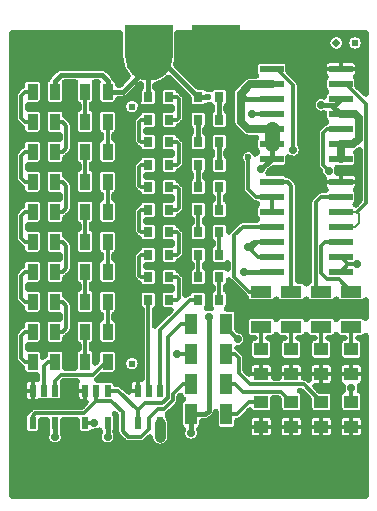
<source format=gbr>
G04 GENERATED BY PULSONIX 12.5 GERBER.DLL 9449*
G04 #@! TF.GenerationSoftware,Pulsonix,Pulsonix,12.5.9449*
G04 #@! TF.CreationDate,2024-02-09T14:36:55--1:00*
G04 #@! TF.Part,Single*
%FSLAX35Y35*%
%LPD*%
%MOMM*%
G04 #@! TF.FileFunction,Copper,L1,Top*
G04 #@! TF.FilePolarity,Positive*
G04 #@! TA.AperFunction,OtherCopper,Copper*
%ADD10C,0.50000*%
%ADD11C,0.30000*%
G04 #@! TA.AperFunction,Conductor*
%ADD13C,0.63500*%
%ADD14C,0.40640*%
%ADD16C,1.27000*%
%ADD18C,0.30480*%
%ADD19C,0.20320*%
G04 #@! TA.AperFunction,SMDPad,CuDef*
%ADD20R,0.90000X1.40000*%
%ADD76R,1.00000X1.80000*%
%ADD77R,1.80000X1.00000*%
G04 #@! TA.AperFunction,ViaPad*
%ADD86C,0.70000*%
%ADD87C,0.60000*%
G04 #@! TA.AperFunction,Conductor*
%ADD88C,0.90000*%
G04 #@! TA.AperFunction,SMDPad,CuDef*
%ADD89R,0.80000X0.90000*%
%ADD90R,1.20000X1.10000*%
%ADD91R,0.60000X1.05000*%
G04 #@! TA.AperFunction,ComponentPad*
%AMT92*0 Bullet Pad at angle 180*1,1,4.00000,0.00000,-1.37500*21,1,4.00000,2.74999,0,0,180*%
%ADD92T92*%
G04 #@! TA.AperFunction,SMDPad,CuDef*
%ADD93R,2.00000X0.60000*%
G04 #@! TD.AperFunction*
%ADD94R,0.50000X0.50000*%
G04 #@! TA.AperFunction,WasherPad*
%AMT95*0 Rectangle Pad at angle 45*21,1,0.50000,0.50000,0,0,45*%
%ADD95T95*%
G04 #@! TD.AperFunction*
X0Y0D02*
D02*
D10*
X3372110Y3512765D02*
G75*
G02*
X3344476Y3495570I-50736J50734D01*
G01*
G75*
G02*
X3357000Y3466500I-27475J-29070D01*
G01*
Y3406500D01*
G75*
G02*
X3317000Y3366500I-40000J0D01*
G01*
X3232750D01*
G75*
G02*
X3201250I-15750J70000D01*
G01*
X3185622D01*
G75*
G02*
X3187215Y3321000I-70622J-25250D01*
G01*
X3317000D01*
G75*
G02*
X3362000Y3276000I0J-45000D01*
G01*
Y3216000D01*
G75*
G02*
X3343080Y3179328I-45001J0D01*
G01*
G75*
G02*
X3357000Y3149000I-26080J-30329D01*
G01*
Y3089000D01*
G75*
G02*
X3338857Y3055500I-40000J0D01*
G01*
G75*
G02*
X3341825Y3053365I-21853J-33509D01*
G01*
X3377260Y3088800D01*
Y3517915D01*
X3372110Y3512765D01*
G36*
X3372110Y3512765D02*
G75*
G02*
X3344476Y3495570I-50736J50734D01*
G01*
G75*
G02*
X3357000Y3466500I-27475J-29070D01*
G01*
Y3406500D01*
G75*
G02*
X3317000Y3366500I-40000J0D01*
G01*
X3232750D01*
G75*
G02*
X3201250I-15750J70000D01*
G01*
X3185622D01*
G75*
G02*
X3187215Y3321000I-70622J-25250D01*
G01*
X3317000D01*
G75*
G02*
X3362000Y3276000I0J-45000D01*
G01*
Y3216000D01*
G75*
G02*
X3343080Y3179328I-45001J0D01*
G01*
G75*
G02*
X3357000Y3149000I-26080J-30329D01*
G01*
Y3089000D01*
G75*
G02*
X3338857Y3055500I-40000J0D01*
G01*
G75*
G02*
X3341825Y3053365I-21853J-33509D01*
G01*
X3377260Y3088800D01*
Y3517915D01*
X3372110Y3512765D01*
G37*
X3427500Y3984959D02*
Y4506500D01*
X1831000D01*
Y4300502D01*
G75*
G02*
X1822003Y4235403I-240001J-2D01*
G01*
X2010406Y4047000D01*
X2050100D01*
G75*
G02*
X2081614Y4031635I0J-40000D01*
G01*
G75*
G02*
X2113532Y4027466I7136J-69634D01*
G01*
G75*
G02*
X2147900Y4047000I34368J-20466D01*
G01*
X2227900D01*
G75*
G02*
X2267900Y4007000I0J-40000D01*
G01*
Y3917000D01*
G75*
G02*
X2248220Y3882546I-40000J0D01*
G01*
Y3850954D01*
G75*
G02*
X2267900Y3816500I-20320J-34454D01*
G01*
Y3726500D01*
G75*
G02*
X2227900Y3686500I-40000J0D01*
G01*
X2147900D01*
G75*
G02*
X2107900Y3726500I0J40000D01*
G01*
Y3816500D01*
G75*
G02*
X2127580Y3850954I40000J0D01*
G01*
Y3882546D01*
G75*
G02*
X2113532Y3896534I20319J34455D01*
G01*
G75*
G02*
X2081614Y3892365I-24782J65465D01*
G01*
G75*
G02*
X2050100Y3877000I-31514J24635D01*
G01*
X1970100D01*
G75*
G02*
X1930100Y3917000I0J40000D01*
G01*
Y3956694D01*
X1758335Y4128459D01*
G75*
G02*
X1647420Y4067228I-167336J172043D01*
G01*
Y4041454D01*
G75*
G02*
X1667100Y4007000I-20320J-34454D01*
G01*
Y3917000D01*
G75*
G02*
X1627100Y3877000I-40000J0D01*
G01*
X1547100D01*
G75*
G02*
X1523015Y3885064I0J40000D01*
G01*
G75*
G02*
X1506347Y3833722I-74889J-4064D01*
G01*
G75*
G02*
X1495403Y3822778I-33224J22280D01*
G01*
G75*
G02*
X1400847I-47278J58221D01*
G01*
G75*
G02*
X1389903Y3833722I22280J33224D01*
G01*
G75*
G02*
Y3928278I58221J47278D01*
G01*
G75*
G02*
X1400847Y3939222I33224J-22280D01*
G01*
G75*
G02*
X1495403I47278J-58221D01*
G01*
G75*
G02*
X1506347Y3928278I-22280J-33224D01*
G01*
G75*
G02*
X1507100Y3927335I-58203J-47248D01*
G01*
Y4007000D01*
G75*
G02*
X1526780Y4041454I40000J0D01*
G01*
Y4069254D01*
G75*
G02*
X1517947Y4071891I64223J231237D01*
G01*
X1411403Y3965347D01*
G75*
G02*
X1368517Y3947680I-42653J42653D01*
G01*
X1326750D01*
Y3938000D01*
G75*
G02*
X1286750Y3898000I-40000J0D01*
G01*
X1196750D01*
G75*
G02*
X1156750Y3938000I0J40000D01*
G01*
Y4078000D01*
G75*
G02*
X1158771Y4090555I40000J1D01*
G01*
X1134229D01*
G75*
G02*
X1136250Y4078000I-37979J-12554D01*
G01*
Y3938000D01*
G75*
G02*
X1106490Y3899333I-40000J0D01*
G01*
Y3862667D01*
G75*
G02*
X1136250Y3824000I-10240J-38667D01*
G01*
Y3684000D01*
G75*
G02*
X1096250Y3644000I-40000J0D01*
G01*
X1006250D01*
G75*
G02*
X966250Y3684000I0J40000D01*
G01*
Y3824000D01*
G75*
G02*
X996010Y3862667I40000J0D01*
G01*
Y3899333D01*
G75*
G02*
X966250Y3938000I10240J38667D01*
G01*
Y4078000D01*
G75*
G02*
X968271Y4090555I40000J1D01*
G01*
X880229D01*
G75*
G02*
X882250Y4078000I-37979J-12554D01*
G01*
Y3938000D01*
G75*
G02*
X842250Y3898000I-40000J0D01*
G01*
X752250D01*
G75*
G02*
X712250Y3938000I0J40000D01*
G01*
Y4078000D01*
G75*
G02*
X738175Y4115442I40000J0D01*
G01*
G75*
G02*
X754597Y4145903I59075J-12191D01*
G01*
X802222Y4193528D01*
G75*
G02*
X845108Y4211195I42653J-42653D01*
G01*
X1193892D01*
G75*
G02*
X1236778Y4193528I233J-60320D01*
G01*
X1284403Y4145903D01*
G75*
G02*
X1300825Y4115442I-42653J-42652D01*
G01*
G75*
G02*
X1326750Y4078000I-14075J-37442D01*
G01*
Y4068320D01*
X1343764D01*
X1413934Y4138490D01*
G75*
G02*
X1351000Y4300502I177066J162011D01*
G01*
Y4506500D01*
X432500D01*
Y586500D01*
X3427500D01*
Y1942800D01*
G75*
G02*
X3395500Y1926800I-32000J24000D01*
G01*
X3360740D01*
Y1922000D01*
X3365500D01*
G75*
G02*
X3405500Y1882000I0J-40000D01*
G01*
Y1772000D01*
G75*
G02*
X3365500Y1732000I-40000J0D01*
G01*
X3245500D01*
G75*
G02*
X3205500Y1772000I0J40000D01*
G01*
Y1882000D01*
G75*
G02*
X3245500Y1922000I40000J0D01*
G01*
X3250260D01*
Y1926800D01*
X3215500D01*
G75*
G02*
X3178500Y1951601I0J40000D01*
G01*
G75*
G02*
X3141500Y1926800I-37000J15199D01*
G01*
X3106740D01*
Y1922000D01*
X3111500D01*
G75*
G02*
X3151500Y1882000I0J-40000D01*
G01*
Y1772000D01*
G75*
G02*
X3111500Y1732000I-40000J0D01*
G01*
X2991500D01*
G75*
G02*
X2951500Y1772000I0J40000D01*
G01*
Y1882000D01*
G75*
G02*
X2991500Y1922000I40000J0D01*
G01*
X2996260D01*
Y1926800D01*
X2961500D01*
G75*
G02*
X2924500Y1951601I0J40000D01*
G01*
G75*
G02*
X2887500Y1926800I-37000J15199D01*
G01*
X2852740D01*
Y1922000D01*
X2857500D01*
G75*
G02*
X2897500Y1882000I0J-40000D01*
G01*
Y1772000D01*
G75*
G02*
X2857500Y1732000I-40000J0D01*
G01*
X2737500D01*
G75*
G02*
X2697500Y1772000I0J40000D01*
G01*
Y1882000D01*
G75*
G02*
X2737500Y1922000I40000J0D01*
G01*
X2742260D01*
Y1926800D01*
X2707500D01*
G75*
G02*
X2670500Y1951601I0J40000D01*
G01*
G75*
G02*
X2633500Y1926800I-37000J15199D01*
G01*
X2598740D01*
Y1922000D01*
X2603500D01*
G75*
G02*
X2643500Y1882000I0J-40000D01*
G01*
Y1772000D01*
G75*
G02*
X2603500Y1732000I-40000J0D01*
G01*
X2483500D01*
G75*
G02*
X2443500Y1772000I0J40000D01*
G01*
Y1882000D01*
G75*
G02*
X2483500Y1922000I40000J0D01*
G01*
X2488260D01*
Y1926800D01*
X2453500D01*
G75*
G02*
X2413500Y1966800I0J40000D01*
G01*
Y2066800D01*
G75*
G02*
X2453500Y2106800I40000J0D01*
G01*
X2633500D01*
G75*
G02*
X2670500Y2081999I0J-40000D01*
G01*
G75*
G02*
X2707500Y2106800I37000J-15199D01*
G01*
X2887500D01*
G75*
G02*
X2924500Y2081999I0J-40000D01*
G01*
G75*
G02*
X2961500Y2106800I37000J-15199D01*
G01*
X3141500D01*
G75*
G02*
X3178500Y2081999I0J-40000D01*
G01*
G75*
G02*
X3215500Y2106800I37000J-15199D01*
G01*
X3395500D01*
G75*
G02*
X3427500Y2090800I0J-40000D01*
G01*
Y2242800D01*
G75*
G02*
X3395500Y2226800I-32000J24000D01*
G01*
X3215500D01*
G75*
G02*
X3178500Y2251601I0J40000D01*
G01*
G75*
G02*
X3141500Y2226800I-37000J15199D01*
G01*
X2961500D01*
G75*
G02*
X2924500Y2251601I0J40000D01*
G01*
G75*
G02*
X2887500Y2226800I-37000J15199D01*
G01*
X2707500D01*
G75*
G02*
X2670500Y2251601I0J40000D01*
G01*
G75*
G02*
X2633500Y2226800I-37000J15199D01*
G01*
X2453500D01*
G75*
G02*
X2413500Y2266800I0J40000D01*
G01*
Y2268791D01*
G75*
G02*
X2401764Y2277739I27325J48009D01*
G01*
X2275111Y2404392D01*
G75*
G02*
X2267900Y2413280I39063J39062D01*
G01*
Y2393000D01*
G75*
G02*
X2243140Y2356017I-40000J0D01*
G01*
Y2329483D01*
G75*
G02*
X2267900Y2292500I-15240J-36983D01*
G01*
Y2202500D01*
G75*
G02*
X2250505Y2169500I-40000J0D01*
G01*
X2298700D01*
G75*
G02*
X2338700Y2129500I0J-40000D01*
G01*
Y1996297D01*
X2345940Y1989057D01*
G75*
G02*
X2417750Y1914125I-3190J-74932D01*
G01*
G75*
G02*
X2338700Y1839234I-75000J0D01*
G01*
Y1837911D01*
G75*
G02*
X2360388Y1824483I-17449J-52411D01*
G01*
X2392802Y1792070D01*
G75*
G02*
X2409060Y1752931I-38982J-39139D01*
G01*
X2409058Y1648812D01*
X2438500Y1619370D01*
Y1672000D01*
G75*
G02*
X2483500Y1717000I45000J0D01*
G01*
X2603500D01*
G75*
G02*
X2648500Y1672000I0J-45000D01*
G01*
Y1586740D01*
X2692500D01*
Y1672000D01*
G75*
G02*
X2737500Y1717000I45000J0D01*
G01*
X2857500D01*
G75*
G02*
X2902500Y1672000I0J-45000D01*
G01*
Y1586741D01*
G75*
G02*
X2941561Y1570561I-1J-55241D01*
G01*
X2946500Y1565622D01*
Y1672000D01*
G75*
G02*
X2991500Y1717000I45000J0D01*
G01*
X3111500D01*
G75*
G02*
X3156500Y1672000I0J-45000D01*
G01*
Y1562000D01*
G75*
G02*
X3111500Y1517000I-45000J0D01*
G01*
X2995122D01*
X3034622Y1477500D01*
X3111500D01*
G75*
G02*
X3151500Y1437500I0J-40000D01*
G01*
Y1327500D01*
G75*
G02*
X3111500Y1287500I-40000J0D01*
G01*
X2991500D01*
G75*
G02*
X2951500Y1327500I0J40000D01*
G01*
Y1404378D01*
X2879618Y1476260D01*
X2867382D01*
G75*
G02*
X2897500Y1437500I-9882J-38760D01*
G01*
Y1327500D01*
G75*
G02*
X2857500Y1287500I-40000J0D01*
G01*
X2737500D01*
G75*
G02*
X2697500Y1327500I0J40000D01*
G01*
Y1404378D01*
X2689118Y1412760D01*
X2643500D01*
Y1327500D01*
G75*
G02*
X2603500Y1287500I-40000J0D01*
G01*
X2483500D01*
G75*
G02*
X2447602Y1309855I0J40000D01*
G01*
X2376186Y1238439D01*
G75*
G02*
X2338700Y1222282I-39061J39062D01*
G01*
Y1187500D01*
G75*
G02*
X2298700Y1147500I-40000J0D01*
G01*
X2198700D01*
G75*
G02*
X2158700Y1187500I0J40000D01*
G01*
Y1300623D01*
G75*
G02*
X2141653Y1266597I-59700J8626D01*
G01*
X2109903Y1234847D01*
G75*
G02*
X2067017Y1217180I-42653J42653D01*
G01*
X2038700D01*
Y1187500D01*
G75*
G02*
X2016165Y1151514I-40000J0D01*
G01*
G75*
G02*
X2023700Y1118750I-67465J-32764D01*
G01*
G75*
G02*
X1873700I-75000J0D01*
G01*
G75*
G02*
X1881235Y1151514I75000J0D01*
G01*
G75*
G02*
X1858700Y1187500I17465J35986D01*
G01*
Y1367500D01*
G75*
G02*
X1883501Y1404500I40000J0D01*
G01*
G75*
G02*
X1859116Y1435746I15199J37000D01*
G01*
X1850470Y1427100D01*
Y1397569D01*
G75*
G02*
X1834212Y1358430I-55241J0D01*
G01*
X1761926Y1286143D01*
G75*
G02*
X1750171Y1277151I-39137J38984D01*
G01*
G75*
G02*
X1755996Y1256365I-34176J-20787D01*
G01*
Y1252083D01*
G75*
G02*
X1770996Y1203865I-70000J-48218D01*
G01*
Y1087000D01*
G75*
G02*
X1601115Y1082495I-85000J0D01*
G01*
X1566773Y1048153D01*
G75*
G02*
X1527500Y1031760I-39273J38848D01*
G01*
X1416632D01*
G75*
G02*
X1377314Y1047939I-257J55240D01*
G01*
X1329689Y1095564D01*
G75*
G02*
X1313510Y1134882I39061J39061D01*
G01*
Y1270493D01*
X1303034Y1280969D01*
G75*
G02*
X1311496Y1256365I-31538J-24604D01*
G01*
Y1151365D01*
G75*
G02*
X1304137Y1128244I-40001J0D01*
G01*
G75*
G02*
X1316496Y1087000I-62640J-41244D01*
G01*
G75*
G02*
X1166496I-75000J0D01*
G01*
G75*
G02*
X1178855Y1128244I74999J0D01*
G01*
G75*
G02*
X1172667Y1141757I32643J23122D01*
G01*
G75*
G02*
X1115565Y1130393I-42042J62108D01*
G01*
G75*
G02*
X1081504Y1111365I-34061J20972D01*
G01*
X1021504D01*
G75*
G02*
X981504Y1151365I0J40000D01*
G01*
Y1231365D01*
X866996D01*
Y1151365D01*
G75*
G02*
X859637Y1128244I-40001J0D01*
G01*
G75*
G02*
X871996Y1087000I-62640J-41244D01*
G01*
G75*
G02*
X721996I-75000J0D01*
G01*
G75*
G02*
X734355Y1128244I74999J0D01*
G01*
G75*
G02*
X726996Y1151365I32642J23121D01*
G01*
Y1231365D01*
X677004D01*
Y1151365D01*
G75*
G02*
X637004Y1111365I-40000J0D01*
G01*
X577004D01*
G75*
G02*
X537004Y1151365I0J40000D01*
G01*
Y1256365D01*
G75*
G02*
X561540Y1293255I40000J0D01*
G01*
G75*
G02*
X568157Y1301152I45463J-31374D01*
G01*
X592457Y1325452D01*
G75*
G02*
X631730Y1341845I39273J-38848D01*
G01*
X1021598D01*
X1060388Y1380635D01*
X1021504D01*
G75*
G02*
X976504Y1425635I0J45000D01*
G01*
Y1530635D01*
G75*
G02*
X984087Y1555635I45000J1D01*
G01*
X867757D01*
X862041Y1549919D01*
G75*
G02*
X866996Y1530635I-35045J-19283D01*
G01*
Y1425635D01*
G75*
G02*
X826996Y1385635I-40000J0D01*
G01*
X766996D01*
G75*
G02*
X749498Y1389665I-1J40000D01*
G01*
G75*
G02*
X732000Y1385635I-17497J35970D01*
G01*
X672000D01*
G75*
G02*
X660574Y1387302I1J40001D01*
G01*
G75*
G02*
X637004Y1380635I-23571J38333D01*
G01*
X577004D01*
G75*
G02*
X532004Y1425635I0J45000D01*
G01*
Y1530635D01*
G75*
G02*
X577004Y1575635I45000J0D01*
G01*
X637004D01*
G75*
G02*
X646760Y1574565I1J-45000D01*
G01*
Y1612000D01*
X561750D01*
G75*
G02*
X521750Y1652000I0J40000D01*
G01*
Y1671115D01*
G75*
G02*
X504189Y1682939I21501J50885D01*
G01*
X472439Y1714689D01*
G75*
G02*
X456260Y1754007I39061J39061D01*
G01*
Y1943993D01*
G75*
G02*
X472439Y1983311I55240J257D01*
G01*
X504189Y2015061D01*
G75*
G02*
X521750Y2026885I39062J-39061D01*
G01*
Y2046000D01*
G75*
G02*
X561750Y2086000I40000J0D01*
G01*
X651750D01*
G75*
G02*
X691750Y2046000I0J-40000D01*
G01*
Y1906000D01*
G75*
G02*
X651750Y1866000I-40000J0D01*
G01*
X566740D01*
Y1832000D01*
X651750D01*
G75*
G02*
X691750Y1792000I0J-40000D01*
G01*
Y1758122D01*
X694689Y1761061D01*
G75*
G02*
X712250Y1772885I39062J-39061D01*
G01*
Y1792000D01*
G75*
G02*
X752250Y1832000I40000J0D01*
G01*
X842250D01*
G75*
G02*
X882250Y1792000I0J-40000D01*
G01*
Y1666115D01*
X966250D01*
Y1792000D01*
G75*
G02*
X996010Y1830667I40000J0D01*
G01*
Y1867333D01*
G75*
G02*
X966250Y1906000I10240J38667D01*
G01*
Y2046000D01*
G75*
G02*
X1006250Y2086000I40000J0D01*
G01*
X1096250D01*
G75*
G02*
X1136250Y2046000I0J-40000D01*
G01*
Y1906000D01*
G75*
G02*
X1106490Y1867333I-40000J0D01*
G01*
Y1830667D01*
G75*
G02*
X1136250Y1792000I-10240J-38667D01*
G01*
Y1710497D01*
X1156750Y1730997D01*
Y1792000D01*
G75*
G02*
X1196750Y1832000I40000J0D01*
G01*
X1286750D01*
G75*
G02*
X1326750Y1792000I0J-40000D01*
G01*
Y1652000D01*
G75*
G02*
X1286750Y1612000I-40000J0D01*
G01*
X1196750D01*
G75*
G02*
X1194086Y1612089I3J39997D01*
G01*
X1153811Y1571814D01*
G75*
G02*
X1152595Y1570635I-39061J39071D01*
G01*
X1176500D01*
G75*
G02*
X1193998Y1566605I1J-40000D01*
G01*
G75*
G02*
X1211496Y1570635I17497J-35970D01*
G01*
X1271496D01*
G75*
G02*
X1311402Y1533375I0J-40000D01*
G01*
X1326862D01*
G75*
G02*
X1366180Y1517196I257J-55240D01*
G01*
X1421004Y1462372D01*
Y1530635D01*
G75*
G02*
X1466004Y1575635I45000J0D01*
G01*
X1526004D01*
G75*
G02*
X1531860Y1575252I-3J-45000D01*
G01*
Y2165517D01*
G75*
G02*
X1507100Y2202500I15240J36983D01*
G01*
Y2292500D01*
G75*
G02*
X1547100Y2332500I40000J0D01*
G01*
X1627100D01*
G75*
G02*
X1667100Y2292500I0J-40000D01*
G01*
Y2202500D01*
G75*
G02*
X1642340Y2165517I-40000J0D01*
G01*
Y2025469D01*
G75*
G02*
X1646935Y2030682I43655J-33848D01*
G01*
X1778753Y2162500D01*
X1724900D01*
G75*
G02*
X1684900Y2202500I0J40000D01*
G01*
Y2292500D01*
G75*
G02*
X1724900Y2332500I40000J0D01*
G01*
X1789760D01*
Y2353000D01*
X1724900D01*
G75*
G02*
X1684900Y2393000I0J40000D01*
G01*
Y2483000D01*
G75*
G02*
X1724900Y2523000I40000J0D01*
G01*
X1804900D01*
G75*
G02*
X1844158Y2490668I0J-40000D01*
G01*
G75*
G02*
X1866773Y2476847I-16657J-52669D01*
G01*
X1883847Y2459773D01*
G75*
G02*
X1900240Y2420500I-38848J-39273D01*
G01*
Y2283987D01*
X1902814Y2286561D01*
G75*
G02*
X1931171Y2301694I39062J-39062D01*
G01*
G75*
G02*
X1970100Y2332500I38929J-9194D01*
G01*
X2050100D01*
G75*
G02*
X2090100Y2292500I0J-40000D01*
G01*
Y2202500D01*
G75*
G02*
X2079553Y2175435I-40000J0D01*
G01*
G75*
G02*
X2118447I19447J-72435D01*
G01*
G75*
G02*
X2107900Y2202500I29453J27065D01*
G01*
Y2292500D01*
G75*
G02*
X2132660Y2329483I40000J0D01*
G01*
Y2356017D01*
G75*
G02*
X2107900Y2393000I15240J36983D01*
G01*
Y2483000D01*
G75*
G02*
X2147900Y2523000I40000J0D01*
G01*
X2227900D01*
G75*
G02*
X2258932Y2508239I0J-40000D01*
G01*
Y2558261D01*
G75*
G02*
X2227900Y2543500I-31032J25239D01*
G01*
X2147900D01*
G75*
G02*
X2107900Y2583500I0J40000D01*
G01*
Y2673500D01*
G75*
G02*
X2132660Y2710483I40000J0D01*
G01*
Y2737017D01*
G75*
G02*
X2107900Y2774000I15240J36983D01*
G01*
Y2864000D01*
G75*
G02*
X2147900Y2904000I40000J0D01*
G01*
X2227900D01*
G75*
G02*
X2267900Y2864000I0J-40000D01*
G01*
Y2824595D01*
G75*
G02*
X2275111Y2833483I46274J-30174D01*
G01*
X2345689Y2904061D01*
G75*
G02*
X2385007Y2920240I39061J-39061D01*
G01*
X2500969D01*
G75*
G02*
X2510143Y2928500I31031J-25241D01*
G01*
G75*
G02*
X2492000Y2962000I21857J33500D01*
G01*
Y3022000D01*
G75*
G02*
X2510143Y3055500I40000J0D01*
G01*
G75*
G02*
X2500969Y3063760I21857J33501D01*
G01*
X2495875D01*
G75*
G02*
X2456602Y3080153I0J55241D01*
G01*
X2393528Y3143227D01*
G75*
G02*
X2377135Y3182500I38848J39273D01*
G01*
Y3409381D01*
G75*
G02*
X2362375Y3452375I55239J42994D01*
G01*
G75*
G02*
X2495446Y3482741I70000J0D01*
G01*
G75*
G02*
X2510143Y3500000I36554J-16241D01*
G01*
G75*
G02*
X2492000Y3533500I21857J33500D01*
G01*
Y3593500D01*
G75*
G02*
X2500977Y3618750I40000J0D01*
G01*
X2432509D01*
G75*
G02*
X2381640Y3639765I-134J71750D01*
G01*
X2318140Y3703265D01*
G75*
G02*
X2297125Y3754134I50735J50735D01*
G01*
Y3970286D01*
G75*
G02*
X2333582Y4058302I71750J21839D01*
G01*
X2397515Y4122235D01*
G75*
G02*
X2448384Y4143250I50735J-50735D01*
G01*
X2500977D01*
G75*
G02*
X2492000Y4168500I31023J25250D01*
G01*
Y4228500D01*
G75*
G02*
X2532000Y4268500I40000J0D01*
G01*
X2732000D01*
G75*
G02*
X2772000Y4228500I0J-40000D01*
G01*
Y4182564D01*
X2852436Y4102128D01*
G75*
G02*
X2868615Y4062810I-39061J-39061D01*
G01*
Y3566605D01*
G75*
G02*
X2772000Y3453320I-55240J-50730D01*
G01*
Y3406500D01*
G75*
G02*
X2732000Y3366500I-40000J0D01*
G01*
X2643359D01*
X2613694Y3340766D01*
G75*
G02*
X2603219Y3316000I-73195J16360D01*
G01*
X2732000D01*
G75*
G02*
X2763031Y3301240I0J-40000D01*
G01*
X2765493D01*
G75*
G02*
X2804811Y3285061I257J-55240D01*
G01*
X2836561Y3253311D01*
G75*
G02*
X2852740Y3213993I-39061J-39061D01*
G01*
Y2406800D01*
X2887500D01*
G75*
G02*
X2924500Y2381999I0J-40000D01*
G01*
G75*
G02*
X2948635Y2404675I37000J-15199D01*
G01*
Y3071118D01*
G75*
G02*
X2964814Y3110436I55240J257D01*
G01*
X3012439Y3158061D01*
G75*
G02*
X3051757Y3174240I39061J-39061D01*
G01*
X3085969D01*
G75*
G02*
X3090920Y3179328I31029J-25241D01*
G01*
G75*
G02*
X3072000Y3216000I26081J36672D01*
G01*
Y3276000D01*
G75*
G02*
X3072152Y3279695I45003J-1D01*
G01*
G75*
G02*
X3040068Y3338060I42848J61555D01*
G01*
X3028314Y3349814D01*
G75*
G02*
X3012135Y3389132I39061J39061D01*
G01*
Y3658493D01*
G75*
G02*
X3028314Y3697811I55240J257D01*
G01*
X3060064Y3729561D01*
G75*
G02*
X3084456Y3743757I39060J-39061D01*
G01*
G75*
G02*
X3095143Y3754000I32545J-23259D01*
G01*
G75*
G02*
X3077000Y3787500I21857J33500D01*
G01*
Y3826343D01*
G75*
G02*
X2976500Y3896875I-25500J70532D01*
G01*
G75*
G02*
X3077000Y3967407I75000J0D01*
G01*
Y3974500D01*
G75*
G02*
X3095143Y4008000I40000J0D01*
G01*
G75*
G02*
X3077000Y4041500I21857J33500D01*
G01*
Y4101500D01*
G75*
G02*
X3090920Y4131828I40000J-1D01*
G01*
G75*
G02*
X3072000Y4168500I26081J36672D01*
G01*
Y4228500D01*
G75*
G02*
X3117000Y4273500I45000J0D01*
G01*
X3317000D01*
G75*
G02*
X3362000Y4228500I0J-45000D01*
G01*
Y4168500D01*
G75*
G02*
X3343080Y4131828I-45001J0D01*
G01*
G75*
G02*
X3357000Y4101500I-26080J-30329D01*
G01*
Y4055459D01*
X3427500Y3984959D01*
X3253100Y4428483D02*
G75*
G02*
X3253855Y4420750I-39244J-7735D01*
G01*
G75*
G02*
X3253100Y4413017I-39999J2D01*
G01*
G75*
G02*
X3186230Y4346149I-74601J7733D01*
G01*
G75*
G02*
X3170770I-7730J39245D01*
G01*
G75*
G02*
X3103900Y4413017I7731J74601D01*
G01*
G75*
G02*
X3103145Y4420750I39244J7735D01*
G01*
G75*
G02*
X3103900Y4428483I39999J-2D01*
G01*
G75*
G02*
X3170770Y4495351I74601J-7733D01*
G01*
G75*
G02*
X3186230I7730J-39245D01*
G01*
G75*
G02*
X3253100Y4428483I-7731J-74601D01*
G01*
X3395472Y4468028D02*
G75*
G02*
Y4373472I-58221J-47278D01*
G01*
G75*
G02*
X3384528Y4362528I-33224J22280D01*
G01*
G75*
G02*
X3289972I-47278J58221D01*
G01*
G75*
G02*
X3279028Y4373472I22280J33224D01*
G01*
G75*
G02*
Y4468028I58221J47278D01*
G01*
G75*
G02*
X3289972Y4478972I33224J-22280D01*
G01*
G75*
G02*
X3384528I47278J-58221D01*
G01*
G75*
G02*
X3395472Y4468028I-22280J-33224D01*
G01*
X2227900Y3285000D02*
G75*
G02*
X2267900Y3245000I0J-40000D01*
G01*
Y3155000D01*
G75*
G02*
X2243140Y3118017I-40000J0D01*
G01*
Y3091483D01*
G75*
G02*
X2267900Y3054500I-15240J-36983D01*
G01*
Y2964500D01*
G75*
G02*
X2227900Y2924500I-40000J0D01*
G01*
X2147900D01*
G75*
G02*
X2107900Y2964500I0J40000D01*
G01*
Y3054500D01*
G75*
G02*
X2132660Y3091483I40000J0D01*
G01*
Y3118017D01*
G75*
G02*
X2107900Y3155000I15240J36983D01*
G01*
Y3245000D01*
G75*
G02*
X2147900Y3285000I40000J0D01*
G01*
X2227900D01*
Y3666000D02*
G75*
G02*
X2267900Y3626000I0J-40000D01*
G01*
Y3536000D01*
G75*
G02*
X2248220Y3501546I-40000J0D01*
G01*
Y3469954D01*
G75*
G02*
X2267900Y3435500I-20320J-34454D01*
G01*
Y3345500D01*
G75*
G02*
X2227900Y3305500I-40000J0D01*
G01*
X2147900D01*
G75*
G02*
X2107900Y3345500I0J40000D01*
G01*
Y3435500D01*
G75*
G02*
X2127580Y3469954I40000J0D01*
G01*
Y3501546D01*
G75*
G02*
X2107900Y3536000I20320J34454D01*
G01*
Y3626000D01*
G75*
G02*
X2147900Y3666000I40000J0D01*
G01*
X2227900D01*
X2050100Y2713500D02*
G75*
G02*
X2090100Y2673500I0J-40000D01*
G01*
Y2583500D01*
G75*
G02*
X2065340Y2546517I-40000J0D01*
G01*
Y2519983D01*
G75*
G02*
X2090100Y2483000I-15240J-36983D01*
G01*
Y2393000D01*
G75*
G02*
X2050100Y2353000I-40000J0D01*
G01*
X1970100D01*
G75*
G02*
X1930100Y2393000I0J40000D01*
G01*
Y2483000D01*
G75*
G02*
X1954860Y2519983I40000J0D01*
G01*
Y2546517D01*
G75*
G02*
X1930100Y2583500I15240J36983D01*
G01*
Y2673500D01*
G75*
G02*
X1970100Y2713500I40000J0D01*
G01*
X2050100D01*
Y3094500D02*
G75*
G02*
X2090100Y3054500I0J-40000D01*
G01*
Y2964500D01*
G75*
G02*
X2065340Y2927517I-40000J0D01*
G01*
Y2900983D01*
G75*
G02*
X2090100Y2864000I-15240J-36983D01*
G01*
Y2774000D01*
G75*
G02*
X2050100Y2734000I-40000J0D01*
G01*
X1970100D01*
G75*
G02*
X1930100Y2774000I0J40000D01*
G01*
Y2864000D01*
G75*
G02*
X1954860Y2900983I40000J0D01*
G01*
Y2927517D01*
G75*
G02*
X1930100Y2964500I15240J36983D01*
G01*
Y3054500D01*
G75*
G02*
X1970100Y3094500I40000J0D01*
G01*
X2050100D01*
Y3475500D02*
G75*
G02*
X2090100Y3435500I0J-40000D01*
G01*
Y3345500D01*
G75*
G02*
X2070420Y3311046I-40000J0D01*
G01*
Y3279454D01*
G75*
G02*
X2090100Y3245000I-20320J-34454D01*
G01*
Y3155000D01*
G75*
G02*
X2050100Y3115000I-40000J0D01*
G01*
X1970100D01*
G75*
G02*
X1930100Y3155000I0J40000D01*
G01*
Y3245000D01*
G75*
G02*
X1949780Y3279454I40000J0D01*
G01*
Y3311046D01*
G75*
G02*
X1930100Y3345500I20320J34454D01*
G01*
Y3435500D01*
G75*
G02*
X1970100Y3475500I40000J0D01*
G01*
X2050100D01*
Y3856500D02*
G75*
G02*
X2090100Y3816500I0J-40000D01*
G01*
Y3726500D01*
G75*
G02*
X2070420Y3692046I-40000J0D01*
G01*
Y3660454D01*
G75*
G02*
X2090100Y3626000I-20320J-34454D01*
G01*
Y3536000D01*
G75*
G02*
X2050100Y3496000I-40000J0D01*
G01*
X1970100D01*
G75*
G02*
X1930100Y3536000I0J40000D01*
G01*
Y3626000D01*
G75*
G02*
X1949780Y3660454I40000J0D01*
G01*
Y3692046D01*
G75*
G02*
X1930100Y3726500I20320J34454D01*
G01*
Y3816500D01*
G75*
G02*
X1970100Y3856500I40000J0D01*
G01*
X2050100D01*
X1883847Y2840773D02*
G75*
G02*
X1900240Y2801500I-38848J-39273D01*
G01*
Y2642750D01*
G75*
G02*
X1883847Y2603477I-55241J0D01*
G01*
X1870023Y2589653D01*
G75*
G02*
X1843956Y2574862I-39273J38848D01*
G01*
G75*
G02*
X1804900Y2543500I-39056J8638D01*
G01*
X1724900D01*
G75*
G02*
X1684900Y2583500I0J40000D01*
G01*
Y2673500D01*
G75*
G02*
X1724900Y2713500I40000J0D01*
G01*
X1789760D01*
Y2734000D01*
X1724900D01*
G75*
G02*
X1684900Y2774000I0J40000D01*
G01*
Y2864000D01*
G75*
G02*
X1724900Y2904000I40000J0D01*
G01*
X1804900D01*
G75*
G02*
X1844158Y2871668I0J-40000D01*
G01*
G75*
G02*
X1866773Y2857847I-16657J-52669D01*
G01*
X1883847Y2840773D01*
Y3221773D02*
G75*
G02*
X1900240Y3182500I-38848J-39273D01*
G01*
Y3023750D01*
G75*
G02*
X1883847Y2984477I-55241J0D01*
G01*
X1870023Y2970653D01*
G75*
G02*
X1843956Y2955862I-39273J38848D01*
G01*
G75*
G02*
X1804900Y2924500I-39056J8638D01*
G01*
X1724900D01*
G75*
G02*
X1684900Y2964500I0J40000D01*
G01*
Y3054500D01*
G75*
G02*
X1724900Y3094500I40000J0D01*
G01*
X1789760D01*
Y3115000D01*
X1724900D01*
G75*
G02*
X1684900Y3155000I0J40000D01*
G01*
Y3245000D01*
G75*
G02*
X1724900Y3285000I40000J0D01*
G01*
X1804900D01*
G75*
G02*
X1844158Y3252668I0J-40000D01*
G01*
G75*
G02*
X1866773Y3238847I-16657J-52669D01*
G01*
X1883847Y3221773D01*
Y3602773D02*
G75*
G02*
X1900240Y3563500I-38848J-39273D01*
G01*
Y3404750D01*
G75*
G02*
X1883847Y3365477I-55241J0D01*
G01*
X1870023Y3351653D01*
G75*
G02*
X1843956Y3336862I-39273J38848D01*
G01*
G75*
G02*
X1804900Y3305500I-39056J8638D01*
G01*
X1724900D01*
G75*
G02*
X1684900Y3345500I0J40000D01*
G01*
Y3435500D01*
G75*
G02*
X1724900Y3475500I40000J0D01*
G01*
X1789760D01*
Y3496000D01*
X1724900D01*
G75*
G02*
X1684900Y3536000I0J40000D01*
G01*
Y3626000D01*
G75*
G02*
X1724900Y3666000I40000J0D01*
G01*
X1804900D01*
G75*
G02*
X1844158Y3633668I0J-40000D01*
G01*
G75*
G02*
X1866773Y3619847I-16657J-52669D01*
G01*
X1883847Y3602773D01*
Y3983773D02*
G75*
G02*
X1900240Y3944500I-38848J-39273D01*
G01*
Y3787375D01*
G75*
G02*
X1883847Y3748102I-55241J0D01*
G01*
X1868398Y3732653D01*
G75*
G02*
X1844054Y3718316I-39272J38847D01*
G01*
G75*
G02*
X1804900Y3686500I-39154J8184D01*
G01*
X1724900D01*
G75*
G02*
X1684900Y3726500I0J40000D01*
G01*
Y3816500D01*
G75*
G02*
X1724900Y3856500I40000J0D01*
G01*
X1789760D01*
Y3877000D01*
X1724900D01*
G75*
G02*
X1684900Y3917000I0J40000D01*
G01*
Y4007000D01*
G75*
G02*
X1724900Y4047000I40000J0D01*
G01*
X1804900D01*
G75*
G02*
X1844158Y4014668I0J-40000D01*
G01*
G75*
G02*
X1866773Y4000847I-16657J-52669D01*
G01*
X1883847Y3983773D01*
X1627100Y2713500D02*
G75*
G02*
X1667100Y2673500I0J-40000D01*
G01*
Y2583500D01*
G75*
G02*
X1627100Y2543500I-40000J0D01*
G01*
X1566865D01*
Y2523000D01*
X1627100D01*
G75*
G02*
X1667100Y2483000I0J-40000D01*
G01*
Y2393000D01*
G75*
G02*
X1627100Y2353000I-40000J0D01*
G01*
X1547100D01*
G75*
G02*
X1507750Y2385818I0J40000D01*
G01*
G75*
G02*
X1486602Y2399153I18126J52183D01*
G01*
X1472778Y2412977D01*
G75*
G02*
X1456385Y2452250I38848J39273D01*
G01*
Y2611000D01*
G75*
G02*
X1472778Y2650273I55241J0D01*
G01*
X1489852Y2667347D01*
G75*
G02*
X1507529Y2679344I39274J-38847D01*
G01*
G75*
G02*
X1547100Y2713500I39571J-5844D01*
G01*
X1627100D01*
Y3094500D02*
G75*
G02*
X1667100Y3054500I0J-40000D01*
G01*
Y2964500D01*
G75*
G02*
X1627100Y2924500I-40000J0D01*
G01*
X1566865D01*
Y2904000D01*
X1627100D01*
G75*
G02*
X1667100Y2864000I0J-40000D01*
G01*
Y2774000D01*
G75*
G02*
X1627100Y2734000I-40000J0D01*
G01*
X1547100D01*
G75*
G02*
X1507750Y2766818I0J40000D01*
G01*
G75*
G02*
X1486602Y2780153I18126J52183D01*
G01*
X1472778Y2793977D01*
G75*
G02*
X1456385Y2833250I38848J39273D01*
G01*
Y2992000D01*
G75*
G02*
X1472778Y3031273I55241J0D01*
G01*
X1489852Y3048347D01*
G75*
G02*
X1507529Y3060344I39274J-38847D01*
G01*
G75*
G02*
X1547100Y3094500I39571J-5844D01*
G01*
X1627100D01*
Y3475500D02*
G75*
G02*
X1667100Y3435500I0J-40000D01*
G01*
Y3345500D01*
G75*
G02*
X1627100Y3305500I-40000J0D01*
G01*
X1566865D01*
Y3285000D01*
X1627100D01*
G75*
G02*
X1667100Y3245000I0J-40000D01*
G01*
Y3155000D01*
G75*
G02*
X1627100Y3115000I-40000J0D01*
G01*
X1547100D01*
G75*
G02*
X1507750Y3147818I0J40000D01*
G01*
G75*
G02*
X1486602Y3161153I18126J52183D01*
G01*
X1472778Y3174977D01*
G75*
G02*
X1456385Y3214250I38848J39273D01*
G01*
Y3373000D01*
G75*
G02*
X1472778Y3412273I55241J0D01*
G01*
X1489852Y3429347D01*
G75*
G02*
X1507529Y3441344I39274J-38847D01*
G01*
G75*
G02*
X1547100Y3475500I39571J-5844D01*
G01*
X1627100D01*
Y3856500D02*
G75*
G02*
X1667100Y3816500I0J-40000D01*
G01*
Y3726500D01*
G75*
G02*
X1627100Y3686500I-40000J0D01*
G01*
X1566865D01*
Y3666000D01*
X1627100D01*
G75*
G02*
X1667100Y3626000I0J-40000D01*
G01*
Y3536000D01*
G75*
G02*
X1627100Y3496000I-40000J0D01*
G01*
X1547100D01*
G75*
G02*
X1507750Y3528818I0J40000D01*
G01*
G75*
G02*
X1486602Y3542153I18126J52183D01*
G01*
X1472778Y3555977D01*
G75*
G02*
X1456385Y3595250I38848J39273D01*
G01*
Y3754000D01*
G75*
G02*
X1472778Y3793273I55241J0D01*
G01*
X1489852Y3810347D01*
G75*
G02*
X1507529Y3822344I39274J-38847D01*
G01*
G75*
G02*
X1547100Y3856500I39571J-5844D01*
G01*
X1627100D01*
X1506347Y1753403D02*
G75*
G02*
Y1658847I-58221J-47278D01*
G01*
G75*
G02*
X1495403Y1647903I-33224J22280D01*
G01*
G75*
G02*
X1400847I-47278J58221D01*
G01*
G75*
G02*
X1389903Y1658847I22280J33224D01*
G01*
G75*
G02*
Y1753403I58221J47278D01*
G01*
G75*
G02*
X1400847Y1764347I33224J-22280D01*
G01*
G75*
G02*
X1495403I47278J-58221D01*
G01*
G75*
G02*
X1506347Y1753403I-22280J-33224D01*
G01*
X1286750Y2340000D02*
G75*
G02*
X1326750Y2300000I0J-40000D01*
G01*
Y2160000D01*
G75*
G02*
X1296990Y2121333I-40000J0D01*
G01*
Y2084667D01*
G75*
G02*
X1326750Y2046000I-10240J-38667D01*
G01*
Y1906000D01*
G75*
G02*
X1286750Y1866000I-40000J0D01*
G01*
X1196750D01*
G75*
G02*
X1156750Y1906000I0J40000D01*
G01*
Y2046000D01*
G75*
G02*
X1186510Y2084667I40000J0D01*
G01*
Y2121333D01*
G75*
G02*
X1156750Y2160000I10240J38667D01*
G01*
Y2300000D01*
G75*
G02*
X1196750Y2340000I40000J0D01*
G01*
X1286750D01*
Y2848000D02*
G75*
G02*
X1326750Y2808000I0J-40000D01*
G01*
Y2668000D01*
G75*
G02*
X1296990Y2629333I-40000J0D01*
G01*
Y2592667D01*
G75*
G02*
X1326750Y2554000I-10240J-38667D01*
G01*
Y2414000D01*
G75*
G02*
X1286750Y2374000I-40000J0D01*
G01*
X1196750D01*
G75*
G02*
X1156750Y2414000I0J40000D01*
G01*
Y2554000D01*
G75*
G02*
X1186510Y2592667I40000J0D01*
G01*
Y2629333D01*
G75*
G02*
X1156750Y2668000I10240J38667D01*
G01*
Y2808000D01*
G75*
G02*
X1196750Y2848000I40000J0D01*
G01*
X1286750D01*
Y3356000D02*
G75*
G02*
X1326750Y3316000I0J-40000D01*
G01*
Y3176000D01*
G75*
G02*
X1296990Y3137333I-40000J0D01*
G01*
Y3100667D01*
G75*
G02*
X1326750Y3062000I-10240J-38667D01*
G01*
Y2922000D01*
G75*
G02*
X1286750Y2882000I-40000J0D01*
G01*
X1196750D01*
G75*
G02*
X1156750Y2922000I0J40000D01*
G01*
Y3062000D01*
G75*
G02*
X1186510Y3100667I40000J0D01*
G01*
Y3137333D01*
G75*
G02*
X1156750Y3176000I10240J38667D01*
G01*
Y3316000D01*
G75*
G02*
X1196750Y3356000I40000J0D01*
G01*
X1286750D01*
Y3864000D02*
G75*
G02*
X1326750Y3824000I0J-40000D01*
G01*
Y3684000D01*
G75*
G02*
X1296990Y3645333I-40000J0D01*
G01*
Y3608667D01*
G75*
G02*
X1326750Y3570000I-10240J-38667D01*
G01*
Y3430000D01*
G75*
G02*
X1286750Y3390000I-40000J0D01*
G01*
X1196750D01*
G75*
G02*
X1156750Y3430000I0J40000D01*
G01*
Y3570000D01*
G75*
G02*
X1186510Y3608667I40000J0D01*
G01*
Y3645333D01*
G75*
G02*
X1156750Y3684000I10240J38667D01*
G01*
Y3824000D01*
G75*
G02*
X1196750Y3864000I40000J0D01*
G01*
X1286750D01*
X1096250Y2594000D02*
G75*
G02*
X1136250Y2554000I0J-40000D01*
G01*
Y2414000D01*
G75*
G02*
X1106490Y2375333I-40000J0D01*
G01*
Y2338667D01*
G75*
G02*
X1136250Y2300000I-10240J-38667D01*
G01*
Y2160000D01*
G75*
G02*
X1096250Y2120000I-40000J0D01*
G01*
X1006250D01*
G75*
G02*
X966250Y2160000I0J40000D01*
G01*
Y2300000D01*
G75*
G02*
X996010Y2338667I40000J0D01*
G01*
Y2375333D01*
G75*
G02*
X966250Y2414000I10240J38667D01*
G01*
Y2554000D01*
G75*
G02*
X1006250Y2594000I40000J0D01*
G01*
X1096250D01*
Y3102000D02*
G75*
G02*
X1136250Y3062000I0J-40000D01*
G01*
Y2922000D01*
G75*
G02*
X1106490Y2883333I-40000J0D01*
G01*
Y2846667D01*
G75*
G02*
X1136250Y2808000I-10240J-38667D01*
G01*
Y2668000D01*
G75*
G02*
X1096250Y2628000I-40000J0D01*
G01*
X1006250D01*
G75*
G02*
X966250Y2668000I0J40000D01*
G01*
Y2808000D01*
G75*
G02*
X996010Y2846667I40000J0D01*
G01*
Y2883333D01*
G75*
G02*
X966250Y2922000I10240J38667D01*
G01*
Y3062000D01*
G75*
G02*
X1006250Y3102000I40000J0D01*
G01*
X1096250D01*
Y3610000D02*
G75*
G02*
X1136250Y3570000I0J-40000D01*
G01*
Y3430000D01*
G75*
G02*
X1106490Y3391333I-40000J0D01*
G01*
Y3354667D01*
G75*
G02*
X1136250Y3316000I-10240J-38667D01*
G01*
Y3176000D01*
G75*
G02*
X1096250Y3136000I-40000J0D01*
G01*
X1006250D01*
G75*
G02*
X966250Y3176000I0J40000D01*
G01*
Y3316000D01*
G75*
G02*
X996010Y3354667I40000J0D01*
G01*
Y3391333D01*
G75*
G02*
X966250Y3430000I10240J38667D01*
G01*
Y3570000D01*
G75*
G02*
X1006250Y3610000I40000J0D01*
G01*
X1096250D01*
X651750Y2594000D02*
G75*
G02*
X691750Y2554000I0J-40000D01*
G01*
Y2414000D01*
G75*
G02*
X651750Y2374000I-40000J0D01*
G01*
X566740D01*
Y2340000D01*
X651750D01*
G75*
G02*
X691750Y2300000I0J-40000D01*
G01*
Y2160000D01*
G75*
G02*
X651750Y2120000I-40000J0D01*
G01*
X561750D01*
G75*
G02*
X521750Y2160000I0J40000D01*
G01*
Y2179115D01*
G75*
G02*
X504189Y2190939I21501J50885D01*
G01*
X472439Y2222689D01*
G75*
G02*
X456260Y2262007I39061J39061D01*
G01*
Y2451993D01*
G75*
G02*
X472439Y2491311I55240J257D01*
G01*
X504189Y2523061D01*
G75*
G02*
X521750Y2534885I39062J-39061D01*
G01*
Y2554000D01*
G75*
G02*
X561750Y2594000I40000J0D01*
G01*
X651750D01*
Y3102000D02*
G75*
G02*
X691750Y3062000I0J-40000D01*
G01*
Y2922000D01*
G75*
G02*
X651750Y2882000I-40000J0D01*
G01*
X566740D01*
Y2848000D01*
X651750D01*
G75*
G02*
X691750Y2808000I0J-40000D01*
G01*
Y2668000D01*
G75*
G02*
X651750Y2628000I-40000J0D01*
G01*
X561750D01*
G75*
G02*
X521750Y2668000I0J40000D01*
G01*
Y2687115D01*
G75*
G02*
X504189Y2698939I21501J50885D01*
G01*
X472439Y2730689D01*
G75*
G02*
X456260Y2770007I39061J39061D01*
G01*
Y2959993D01*
G75*
G02*
X472439Y2999311I55240J257D01*
G01*
X504189Y3031061D01*
G75*
G02*
X521750Y3042885I39062J-39061D01*
G01*
Y3062000D01*
G75*
G02*
X561750Y3102000I40000J0D01*
G01*
X651750D01*
Y3610000D02*
G75*
G02*
X691750Y3570000I0J-40000D01*
G01*
Y3430000D01*
G75*
G02*
X651750Y3390000I-40000J0D01*
G01*
X566740D01*
Y3356000D01*
X651750D01*
G75*
G02*
X691750Y3316000I0J-40000D01*
G01*
Y3176000D01*
G75*
G02*
X651750Y3136000I-40000J0D01*
G01*
X561750D01*
G75*
G02*
X521750Y3176000I0J40000D01*
G01*
Y3195115D01*
G75*
G02*
X504189Y3206939I21501J50885D01*
G01*
X472439Y3238689D01*
G75*
G02*
X456260Y3278007I39061J39061D01*
G01*
Y3467993D01*
G75*
G02*
X472439Y3507311I55240J257D01*
G01*
X504189Y3539061D01*
G75*
G02*
X521750Y3550885I39062J-39061D01*
G01*
Y3570000D01*
G75*
G02*
X561750Y3610000I40000J0D01*
G01*
X651750D01*
Y4118000D02*
G75*
G02*
X691750Y4078000I0J-40000D01*
G01*
Y3938000D01*
G75*
G02*
X651750Y3898000I-40000J0D01*
G01*
X566740D01*
Y3864000D01*
X651750D01*
G75*
G02*
X691750Y3824000I0J-40000D01*
G01*
Y3684000D01*
G75*
G02*
X651750Y3644000I-40000J0D01*
G01*
X561750D01*
G75*
G02*
X521750Y3684000I0J40000D01*
G01*
Y3703115D01*
G75*
G02*
X504189Y3714939I21501J50885D01*
G01*
X472439Y3746689D01*
G75*
G02*
X456260Y3786007I39061J39061D01*
G01*
Y3975993D01*
G75*
G02*
X472439Y4015311I55240J257D01*
G01*
X504189Y4047061D01*
G75*
G02*
X521750Y4058885I39062J-39061D01*
G01*
Y4078000D01*
G75*
G02*
X561750Y4118000I40000J0D01*
G01*
X651750D01*
X931561Y2237311D02*
G75*
G02*
X947740Y2197993I-39061J-39061D01*
G01*
Y2008007D01*
G75*
G02*
X931561Y1968689I-55240J-257D01*
G01*
X899811Y1936939D01*
G75*
G02*
X882250Y1925115I-39062J39061D01*
G01*
Y1906000D01*
G75*
G02*
X842250Y1866000I-40000J0D01*
G01*
X752250D01*
G75*
G02*
X712250Y1906000I0J40000D01*
G01*
Y2046000D01*
G75*
G02*
X752250Y2086000I40000J0D01*
G01*
X837260D01*
Y2120000D01*
X752250D01*
G75*
G02*
X712250Y2160000I0J40000D01*
G01*
Y2300000D01*
G75*
G02*
X752250Y2340000I40000J0D01*
G01*
X842250D01*
G75*
G02*
X882250Y2300000I0J-40000D01*
G01*
Y2280885D01*
G75*
G02*
X899811Y2269061I-21501J-50885D01*
G01*
X931561Y2237311D01*
Y2745311D02*
G75*
G02*
X947740Y2705993I-39061J-39061D01*
G01*
Y2516007D01*
G75*
G02*
X931561Y2476689I-55240J-257D01*
G01*
X899811Y2444939D01*
G75*
G02*
X882250Y2433115I-39062J39061D01*
G01*
Y2414000D01*
G75*
G02*
X842250Y2374000I-40000J0D01*
G01*
X752250D01*
G75*
G02*
X712250Y2414000I0J40000D01*
G01*
Y2554000D01*
G75*
G02*
X752250Y2594000I40000J0D01*
G01*
X837260D01*
Y2628000D01*
X752250D01*
G75*
G02*
X712250Y2668000I0J40000D01*
G01*
Y2808000D01*
G75*
G02*
X752250Y2848000I40000J0D01*
G01*
X842250D01*
G75*
G02*
X882250Y2808000I0J-40000D01*
G01*
Y2788885D01*
G75*
G02*
X899811Y2777061I-21501J-50885D01*
G01*
X931561Y2745311D01*
Y3253311D02*
G75*
G02*
X947740Y3213993I-39061J-39061D01*
G01*
Y3024007D01*
G75*
G02*
X931561Y2984689I-55240J-257D01*
G01*
X899811Y2952939D01*
G75*
G02*
X882250Y2941115I-39062J39061D01*
G01*
Y2922000D01*
G75*
G02*
X842250Y2882000I-40000J0D01*
G01*
X752250D01*
G75*
G02*
X712250Y2922000I0J40000D01*
G01*
Y3062000D01*
G75*
G02*
X752250Y3102000I40000J0D01*
G01*
X837260D01*
Y3136000D01*
X752250D01*
G75*
G02*
X712250Y3176000I0J40000D01*
G01*
Y3316000D01*
G75*
G02*
X752250Y3356000I40000J0D01*
G01*
X842250D01*
G75*
G02*
X882250Y3316000I0J-40000D01*
G01*
Y3296885D01*
G75*
G02*
X899811Y3285061I-21501J-50885D01*
G01*
X931561Y3253311D01*
Y3761311D02*
G75*
G02*
X947740Y3721993I-39061J-39061D01*
G01*
Y3532007D01*
G75*
G02*
X931561Y3492689I-55240J-257D01*
G01*
X899811Y3460939D01*
G75*
G02*
X882250Y3449115I-39062J39061D01*
G01*
Y3430000D01*
G75*
G02*
X842250Y3390000I-40000J0D01*
G01*
X752250D01*
G75*
G02*
X712250Y3430000I0J40000D01*
G01*
Y3570000D01*
G75*
G02*
X752250Y3610000I40000J0D01*
G01*
X837260D01*
Y3644000D01*
X752250D01*
G75*
G02*
X712250Y3684000I0J40000D01*
G01*
Y3824000D01*
G75*
G02*
X752250Y3864000I40000J0D01*
G01*
X842250D01*
G75*
G02*
X882250Y3824000I0J-40000D01*
G01*
Y3804885D01*
G75*
G02*
X899811Y3793061I-21501J-50885D01*
G01*
X931561Y3761311D01*
X3365500Y1272500D02*
G75*
G02*
X3410500Y1227500I0J-45000D01*
G01*
Y1117500D01*
G75*
G02*
X3365500Y1072500I-45000J0D01*
G01*
X3245500D01*
G75*
G02*
X3200500Y1117500I0J45000D01*
G01*
Y1227500D01*
G75*
G02*
X3245500Y1272500I45000J0D01*
G01*
X3365500D01*
Y1717000D02*
G75*
G02*
X3410500Y1672000I0J-45000D01*
G01*
Y1562000D01*
G75*
G02*
X3378045Y1518784I-45000J0D01*
G01*
G75*
G02*
X3376615Y1475925I-72544J-19033D01*
G01*
G75*
G02*
X3405500Y1437500I-11115J-38425D01*
G01*
Y1327500D01*
G75*
G02*
X3365500Y1287500I-40000J0D01*
G01*
X3245500D01*
G75*
G02*
X3205500Y1327500I0J40000D01*
G01*
Y1437500D01*
G75*
G02*
X3234385Y1475925I40000J0D01*
G01*
G75*
G02*
X3232955Y1518784I71114J23826D01*
G01*
G75*
G02*
X3200500Y1562000I12545J43216D01*
G01*
Y1672000D01*
G75*
G02*
X3245500Y1717000I45000J0D01*
G01*
X3365500D01*
X3111500Y1272500D02*
G75*
G02*
X3156500Y1227500I0J-45000D01*
G01*
Y1117500D01*
G75*
G02*
X3111500Y1072500I-45000J0D01*
G01*
X2991500D01*
G75*
G02*
X2946500Y1117500I0J45000D01*
G01*
Y1227500D01*
G75*
G02*
X2991500Y1272500I45000J0D01*
G01*
X3111500D01*
X2857500D02*
G75*
G02*
X2902500Y1227500I0J-45000D01*
G01*
Y1117500D01*
G75*
G02*
X2857500Y1072500I-45000J0D01*
G01*
X2737500D01*
G75*
G02*
X2692500Y1117500I0J45000D01*
G01*
Y1227500D01*
G75*
G02*
X2737500Y1272500I45000J0D01*
G01*
X2857500D01*
X2603500D02*
G75*
G02*
X2648500Y1227500I0J-45000D01*
G01*
Y1117500D01*
G75*
G02*
X2603500Y1072500I-45000J0D01*
G01*
X2483500D01*
G75*
G02*
X2438500Y1117500I0J45000D01*
G01*
Y1227500D01*
G75*
G02*
X2483500Y1272500I45000J0D01*
G01*
X2603500D01*
X432500Y3485750D02*
G36*
X432500Y3485750D02*
Y3295250D01*
X456260D01*
Y3467993D01*
X456259Y3468250D01*
G75*
G02*
X459105Y3485750I55241J-2D01*
G01*
X432500D01*
G37*
Y2914250D02*
G36*
X432500Y2914250D02*
Y2723750D01*
X479378D01*
X472439Y2730689D01*
G75*
G02*
X456259Y2769750I39061J39061D01*
G01*
X456260Y2770007D01*
Y2914250D01*
X432500D01*
G37*
Y3866750D02*
G36*
X432500Y3866750D02*
Y3676250D01*
X522508D01*
G75*
G02*
X521750Y3684000I39242J7750D01*
G01*
Y3703115D01*
G75*
G02*
X504189Y3714939I21501J50885D01*
G01*
X472439Y3746689D01*
G75*
G02*
X456259Y3785750I39061J39061D01*
G01*
X456260Y3786007D01*
Y3866750D01*
X432500D01*
G37*
X677004Y1231365D02*
G36*
X677004Y1231365D02*
Y1172500D01*
X726996D01*
Y1231365D01*
X677004D01*
G37*
X432500Y2723750D02*
G36*
X432500Y2723750D02*
Y2533250D01*
X518231D01*
G75*
G02*
X521750Y2534885I25022J-49249D01*
G01*
Y2554000D01*
G75*
G02*
X561750Y2594000I40000J0D01*
G01*
X651750D01*
G75*
G02*
X691750Y2554000I0J-40000D01*
G01*
Y2533250D01*
X712250D01*
Y2554000D01*
G75*
G02*
X752250Y2594000I40000J0D01*
G01*
X837260D01*
Y2628000D01*
X752250D01*
G75*
G02*
X712250Y2668000I0J40000D01*
G01*
Y2723750D01*
X691750D01*
Y2668000D01*
G75*
G02*
X651750Y2628000I-40000J0D01*
G01*
X561750D01*
G75*
G02*
X521750Y2668000I0J40000D01*
G01*
Y2687115D01*
G75*
G02*
X504189Y2698939I21501J50885D01*
G01*
X479378Y2723750D01*
X432500D01*
G37*
Y3104750D02*
G36*
X432500Y3104750D02*
Y2914250D01*
X456260D01*
Y2959993D01*
X456259Y2960250D01*
G75*
G02*
X472439Y2999311I55241J0D01*
G01*
X504189Y3031061D01*
G75*
G02*
X521750Y3042885I39062J-39061D01*
G01*
Y3062000D01*
G75*
G02*
X561750Y3102000I40000J0D01*
G01*
X651750D01*
G75*
G02*
X691750Y3062000I0J-40000D01*
G01*
Y2922000D01*
G75*
G02*
X690992Y2914250I-40000J0D01*
G01*
X713008D01*
G75*
G02*
X712250Y2922000I39242J7750D01*
G01*
Y3062000D01*
G75*
G02*
X752250Y3102000I40000J0D01*
G01*
X837260D01*
Y3104750D01*
X432500D01*
G37*
Y3295250D02*
G36*
X432500Y3295250D02*
Y3104750D01*
X837260D01*
Y3136000D01*
X752250D01*
G75*
G02*
X712250Y3176000I0J40000D01*
G01*
Y3295250D01*
X691750D01*
Y3176000D01*
G75*
G02*
X651750Y3136000I-40000J0D01*
G01*
X561750D01*
G75*
G02*
X521750Y3176000I0J40000D01*
G01*
Y3195115D01*
G75*
G02*
X504189Y3206939I21501J50885D01*
G01*
X472439Y3238689D01*
G75*
G02*
X456259Y3277750I39061J39061D01*
G01*
X456260Y3278007D01*
Y3295250D01*
X432500D01*
G37*
Y3676250D02*
G36*
X432500Y3676250D02*
Y3485750D01*
X459105D01*
G75*
G02*
X472439Y3507311I52395J-17499D01*
G01*
X504189Y3539061D01*
G75*
G02*
X521750Y3550885I39062J-39061D01*
G01*
Y3570000D01*
G75*
G02*
X561750Y3610000I40000J0D01*
G01*
X651750D01*
G75*
G02*
X691750Y3570000I0J-40000D01*
G01*
Y3485750D01*
X712250D01*
Y3570000D01*
G75*
G02*
X752250Y3610000I40000J0D01*
G01*
X837260D01*
Y3644000D01*
X752250D01*
G75*
G02*
X713008Y3676250I0J40000D01*
G01*
X690992D01*
G75*
G02*
X651750Y3644000I-39242J7750D01*
G01*
X561750D01*
G75*
G02*
X522508Y3676250I0J40000D01*
G01*
X432500D01*
G37*
X882250Y1706125D02*
G36*
X882250Y1706125D02*
Y1666115D01*
X966250D01*
Y1706125D01*
X882250D01*
G37*
X866996Y1231365D02*
G36*
X866996Y1231365D02*
Y1172500D01*
X981504D01*
Y1231365D01*
X866996D01*
G37*
X566740Y2882000D02*
G36*
X566740Y2882000D02*
Y2848000D01*
X651750D01*
G75*
G02*
X691750Y2808000I0J-40000D01*
G01*
Y2723750D01*
X712250D01*
Y2808000D01*
G75*
G02*
X752250Y2848000I40000J0D01*
G01*
X842250D01*
G75*
G02*
X882250Y2808000I0J-40000D01*
G01*
Y2788885D01*
G75*
G02*
X899811Y2777061I-21501J-50885D01*
G01*
X931561Y2745311D01*
G75*
G02*
X944895Y2723750I-39061J-39060D01*
G01*
X966250D01*
Y2808000D01*
G75*
G02*
X996010Y2846667I40000J0D01*
G01*
Y2883333D01*
G75*
G02*
X967008Y2914250I10240J38667D01*
G01*
X881492D01*
G75*
G02*
X842250Y2882000I-39242J7750D01*
G01*
X752250D01*
G75*
G02*
X713008Y2914250I0J40000D01*
G01*
X690992D01*
G75*
G02*
X651750Y2882000I-39242J7750D01*
G01*
X566740D01*
G37*
Y3390000D02*
G36*
X566740Y3390000D02*
Y3356000D01*
X651750D01*
G75*
G02*
X691750Y3316000I0J-40000D01*
G01*
Y3295250D01*
X712250D01*
Y3316000D01*
G75*
G02*
X752250Y3356000I40000J0D01*
G01*
X842250D01*
G75*
G02*
X882250Y3316000I0J-40000D01*
G01*
Y3296885D01*
G75*
G02*
X885769Y3295250I-21503J-50884D01*
G01*
X966250D01*
Y3316000D01*
G75*
G02*
X996010Y3354667I40000J0D01*
G01*
Y3391333D01*
G75*
G02*
X966250Y3430000I10240J38667D01*
G01*
Y3485750D01*
X924622D01*
X899811Y3460939D01*
G75*
G02*
X882250Y3449115I-39062J39061D01*
G01*
Y3430000D01*
G75*
G02*
X842250Y3390000I-40000J0D01*
G01*
X752250D01*
G75*
G02*
X712250Y3430000I0J40000D01*
G01*
Y3485750D01*
X691750D01*
Y3430000D01*
G75*
G02*
X651750Y3390000I-40000J0D01*
G01*
X566740D01*
G37*
Y3866750D02*
G36*
X566740Y3866750D02*
Y3864000D01*
X651750D01*
G75*
G02*
X691750Y3824000I0J-40000D01*
G01*
Y3684000D01*
G75*
G02*
X690992Y3676250I-40000J0D01*
G01*
X713008D01*
G75*
G02*
X712250Y3684000I39242J7750D01*
G01*
Y3824000D01*
G75*
G02*
X752250Y3864000I40000J0D01*
G01*
X842250D01*
G75*
G02*
X882250Y3824000I0J-40000D01*
G01*
Y3804885D01*
G75*
G02*
X899811Y3793061I-21501J-50885D01*
G01*
X931561Y3761311D01*
G75*
G02*
X947741Y3722250I-39061J-39061D01*
G01*
X947740Y3721993D01*
Y3676250D01*
X967008D01*
G75*
G02*
X966250Y3684000I39242J7750D01*
G01*
Y3824000D01*
G75*
G02*
X996010Y3862667I40000J0D01*
G01*
Y3866750D01*
X566740D01*
G37*
X432500Y1706125D02*
G36*
X432500Y1706125D02*
Y1172500D01*
X537004D01*
Y1256365D01*
G75*
G02*
X561540Y1293255I40000J0D01*
G01*
G75*
G02*
X568157Y1301152I45463J-31374D01*
G01*
X592457Y1325452D01*
G75*
G02*
X631730Y1341845I39273J-38848D01*
G01*
X1021598D01*
X1060388Y1380635D01*
X1021504D01*
G75*
G02*
X976504Y1425635I0J45000D01*
G01*
Y1530635D01*
Y1530636D01*
G75*
G02*
X984087Y1555635I45000J0D01*
G01*
X867757D01*
X862041Y1549919D01*
G75*
G02*
X866996Y1530636I-35045J-19283D01*
G01*
Y1530635D01*
Y1425635D01*
G75*
G02*
X826996Y1385635I-40000J0D01*
G01*
X766996D01*
G75*
G02*
X749498Y1389665I-1J40000D01*
G01*
G75*
G02*
X732000Y1385635I-17497J35970D01*
G01*
X672000D01*
G75*
G02*
X660574Y1387302I1J40001D01*
G01*
G75*
G02*
X637004Y1380635I-23571J38333D01*
G01*
X577004D01*
G75*
G02*
X532004Y1425635I0J45000D01*
G01*
Y1530635D01*
G75*
G02*
X577004Y1575635I45000J0D01*
G01*
X637004D01*
G75*
G02*
X646760Y1574565I1J-45000D01*
G01*
Y1612000D01*
X561750D01*
G75*
G02*
X521750Y1652000I0J40000D01*
G01*
Y1671115D01*
G75*
G02*
X504189Y1682939I21501J50885D01*
G01*
X481003Y1706125D01*
X432500D01*
G37*
X944895Y2723750D02*
G36*
X944895Y2723750D02*
G75*
G02*
X947741Y2706250I-52395J-17502D01*
G01*
X947740Y2705993D01*
Y2533250D01*
X966250D01*
Y2554000D01*
G75*
G02*
X1006250Y2594000I40000J0D01*
G01*
X1096250D01*
G75*
G02*
X1136250Y2554000I0J-40000D01*
G01*
Y2533250D01*
X1156750D01*
Y2554000D01*
G75*
G02*
X1186510Y2592667I40000J0D01*
G01*
Y2629333D01*
G75*
G02*
X1156750Y2668000I10240J38667D01*
G01*
Y2723750D01*
X1136250D01*
Y2668000D01*
G75*
G02*
X1096250Y2628000I-40000J0D01*
G01*
X1006250D01*
G75*
G02*
X966250Y2668000I0J40000D01*
G01*
Y2723750D01*
X944895D01*
G37*
X881492Y2914250D02*
G36*
X881492Y2914250D02*
X967008D01*
G75*
G02*
X966250Y2922000I39242J7750D01*
G01*
Y3062000D01*
G75*
G02*
X1006250Y3102000I40000J0D01*
G01*
X1096250D01*
G75*
G02*
X1136250Y3062000I0J-40000D01*
G01*
Y2922000D01*
G75*
G02*
X1135492Y2914250I-40000J0D01*
G01*
X1157508D01*
G75*
G02*
X1156750Y2922000I39242J7750D01*
G01*
Y3062000D01*
G75*
G02*
X1186510Y3100667I40000J0D01*
G01*
Y3104750D01*
X947740D01*
Y3024007D01*
X947741Y3023750D01*
G75*
G02*
X931561Y2984689I-55241J0D01*
G01*
X899811Y2952939D01*
G75*
G02*
X882250Y2941115I-39062J39061D01*
G01*
Y2922000D01*
G75*
G02*
X881492Y2914250I-40000J0D01*
G01*
G37*
X885769Y3295250D02*
G36*
X885769Y3295250D02*
G75*
G02*
X899811Y3285061I-25019J-49251D01*
G01*
X931561Y3253311D01*
G75*
G02*
X947741Y3214250I-39061J-39061D01*
G01*
X947740Y3213993D01*
Y3104750D01*
X1186510D01*
Y3137333D01*
G75*
G02*
X1156750Y3176000I10240J38667D01*
G01*
Y3295250D01*
X1136250D01*
Y3176000D01*
G75*
G02*
X1096250Y3136000I-40000J0D01*
G01*
X1006250D01*
G75*
G02*
X966250Y3176000I0J40000D01*
G01*
Y3295250D01*
X885769D01*
G37*
X924622Y3485750D02*
G36*
X924622Y3485750D02*
X966250D01*
Y3570000D01*
G75*
G02*
X1006250Y3610000I40000J0D01*
G01*
X1096250D01*
G75*
G02*
X1136250Y3570000I0J-40000D01*
G01*
Y3485750D01*
X1156750D01*
Y3570000D01*
G75*
G02*
X1186510Y3608667I40000J0D01*
G01*
Y3645333D01*
G75*
G02*
X1157508Y3676250I10240J38667D01*
G01*
X1135492D01*
G75*
G02*
X1096250Y3644000I-39242J7750D01*
G01*
X1006250D01*
G75*
G02*
X967008Y3676250I0J40000D01*
G01*
X947740D01*
Y3532007D01*
X947741Y3531750D01*
G75*
G02*
X931561Y3492689I-55241J0D01*
G01*
X924622Y3485750D01*
G37*
X1303034Y1280969D02*
G36*
X1303034Y1280969D02*
G75*
G02*
X1311496Y1256365I-31538J-24604D01*
G01*
Y1172500D01*
X1313510D01*
Y1270493D01*
X1303034Y1280969D01*
G37*
X432500Y4506500D02*
G36*
X432500Y4506500D02*
Y4420750D01*
X1351000D01*
Y4506500D01*
X432500D01*
G37*
Y4420750D02*
G36*
X432500Y4420750D02*
Y3866750D01*
X456260D01*
Y3975993D01*
X456259Y3976250D01*
G75*
G02*
X472439Y4015311I55241J0D01*
G01*
X504189Y4047061D01*
G75*
G02*
X521750Y4058885I39062J-39061D01*
G01*
Y4078000D01*
G75*
G02*
X561750Y4118000I40000J0D01*
G01*
X651750D01*
G75*
G02*
X691750Y4078000I0J-40000D01*
G01*
Y3938000D01*
G75*
G02*
X651750Y3898000I-40000J0D01*
G01*
X566740D01*
Y3866750D01*
X996010D01*
Y3899333D01*
G75*
G02*
X966250Y3938000I10240J38667D01*
G01*
Y4078000D01*
Y4078001D01*
G75*
G02*
X968271Y4090555I40000J0D01*
G01*
X880229D01*
G75*
G02*
X882250Y4078001I-37979J-12554D01*
G01*
Y4078000D01*
Y3938000D01*
G75*
G02*
X842250Y3898000I-40000J0D01*
G01*
X752250D01*
G75*
G02*
X712250Y3938000I0J40000D01*
G01*
Y4078000D01*
G75*
G02*
X738175Y4115442I40000J0D01*
G01*
G75*
G02*
X754597Y4145903I59075J-12191D01*
G01*
X802222Y4193528D01*
G75*
G02*
X845108Y4211195I42653J-42653D01*
G01*
X1193892D01*
G75*
G02*
X1236778Y4193528I233J-60320D01*
G01*
X1284403Y4145903D01*
G75*
G02*
X1300825Y4115442I-42653J-42652D01*
G01*
G75*
G02*
X1326750Y4078000I-14075J-37442D01*
G01*
Y4068320D01*
X1343764D01*
X1413934Y4138490D01*
G75*
G02*
X1351000Y4300501I177066J162011D01*
G01*
Y4300502D01*
Y4420750D01*
X432500D01*
G37*
X1106490Y3899333D02*
G36*
X1106490Y3899333D02*
Y3866750D01*
X1374491D01*
G75*
G02*
X1373125Y3881000I73633J14249D01*
G01*
G75*
G02*
X1389903Y3928278I74999J0D01*
G01*
G75*
G02*
X1400847Y3939222I33224J-22280D01*
G01*
G75*
G02*
X1495403I47278J-58221D01*
G01*
G75*
G02*
X1506347Y3928278I-22280J-33224D01*
G01*
G75*
G02*
X1507100Y3927335I-58203J-47248D01*
G01*
Y4007000D01*
G75*
G02*
X1526780Y4041454I40000J0D01*
G01*
Y4069254D01*
G75*
G02*
X1517947Y4071891I64223J231238D01*
G01*
X1411403Y3965347D01*
G75*
G02*
X1368517Y3947680I-42653J42653D01*
G01*
X1326750D01*
Y3938000D01*
G75*
G02*
X1286750Y3898000I-40000J0D01*
G01*
X1196750D01*
G75*
G02*
X1156750Y3938000I0J40000D01*
G01*
Y4078000D01*
Y4078001D01*
G75*
G02*
X1158771Y4090555I40000J0D01*
G01*
X1134229D01*
G75*
G02*
X1136250Y4078001I-37979J-12554D01*
G01*
Y4078000D01*
Y3938000D01*
G75*
G02*
X1106490Y3899333I-40000J0D01*
G01*
G37*
X1152595Y1570635D02*
G36*
X1152595Y1570635D02*
X1176500D01*
G75*
G02*
X1193998Y1566605I1J-40000D01*
G01*
G75*
G02*
X1211496Y1570635I17497J-35970D01*
G01*
X1271496D01*
G75*
G02*
X1311402Y1533375I0J-40000D01*
G01*
X1326862D01*
G75*
G02*
X1366180Y1517196I257J-55240D01*
G01*
X1421004Y1462372D01*
Y1530635D01*
G75*
G02*
X1466004Y1575635I45000J0D01*
G01*
X1526004D01*
G75*
G02*
X1531860Y1575252I-3J-45000D01*
G01*
Y1706125D01*
X1523125D01*
G75*
G02*
X1506347Y1658847I-74999J0D01*
G01*
G75*
G02*
X1495403Y1647903I-33224J22280D01*
G01*
G75*
G02*
X1400847I-47278J58221D01*
G01*
G75*
G02*
X1389903Y1658847I22280J33224D01*
G01*
G75*
G02*
X1373125Y1706125I58221J47278D01*
G01*
X1326750D01*
Y1652000D01*
G75*
G02*
X1286750Y1612000I-40000J0D01*
G01*
X1196750D01*
G75*
G02*
X1194086Y1612089I3J39997D01*
G01*
X1153811Y1571814D01*
G75*
G02*
X1152595Y1570635I-39061J39071D01*
G01*
G37*
X432500Y2103000D02*
G36*
X432500Y2103000D02*
Y1706125D01*
X481003D01*
X472439Y1714689D01*
G75*
G02*
X456259Y1753750I39061J39061D01*
G01*
X456260Y1754007D01*
Y1943993D01*
X456259Y1944250D01*
G75*
G02*
X472439Y1983311I55241J0D01*
G01*
X504189Y2015061D01*
G75*
G02*
X521750Y2026885I39062J-39061D01*
G01*
Y2046000D01*
G75*
G02*
X561750Y2086000I40000J0D01*
G01*
X651750D01*
G75*
G02*
X691750Y2046000I0J-40000D01*
G01*
Y1906000D01*
G75*
G02*
X651750Y1866000I-40000J0D01*
G01*
X566740D01*
Y1832000D01*
X651750D01*
G75*
G02*
X691750Y1792000I0J-40000D01*
G01*
Y1758122D01*
X694689Y1761061D01*
G75*
G02*
X712250Y1772885I39062J-39061D01*
G01*
Y1792000D01*
G75*
G02*
X752250Y1832000I40000J0D01*
G01*
X842250D01*
G75*
G02*
X882250Y1792000I0J-40000D01*
G01*
Y1706125D01*
X966250D01*
Y1792000D01*
G75*
G02*
X996010Y1830667I40000J0D01*
G01*
Y1867333D01*
G75*
G02*
X966250Y1906000I10240J38667D01*
G01*
Y2046000D01*
G75*
G02*
X1006250Y2086000I40000J0D01*
G01*
X1096250D01*
G75*
G02*
X1136250Y2046000I0J-40000D01*
G01*
Y1906000D01*
G75*
G02*
X1106490Y1867333I-40000J0D01*
G01*
Y1830667D01*
G75*
G02*
X1136250Y1792000I-10240J-38667D01*
G01*
Y1710497D01*
X1156750Y1730997D01*
Y1792000D01*
G75*
G02*
X1196750Y1832000I40000J0D01*
G01*
X1286750D01*
G75*
G02*
X1326750Y1792000I0J-40000D01*
G01*
Y1706125D01*
X1373125D01*
G75*
G02*
X1389903Y1753403I74999J0D01*
G01*
G75*
G02*
X1400847Y1764347I33224J-22280D01*
G01*
G75*
G02*
X1495403I47278J-58221D01*
G01*
G75*
G02*
X1506347Y1753403I-22280J-33224D01*
G01*
G75*
G02*
X1523125Y1706125I-58221J-47278D01*
G01*
X1531860D01*
Y2103000D01*
X1296990D01*
Y2084667D01*
G75*
G02*
X1326750Y2046000I-10240J-38667D01*
G01*
Y1906000D01*
G75*
G02*
X1286750Y1866000I-40000J0D01*
G01*
X1196750D01*
G75*
G02*
X1156750Y1906000I0J40000D01*
G01*
Y2046000D01*
G75*
G02*
X1186510Y2084667I40000J0D01*
G01*
Y2103000D01*
X947740D01*
Y2008007D01*
X947741Y2007750D01*
G75*
G02*
X931561Y1968689I-55241J0D01*
G01*
X899811Y1936939D01*
G75*
G02*
X882250Y1925115I-39062J39061D01*
G01*
Y1906000D01*
G75*
G02*
X842250Y1866000I-40000J0D01*
G01*
X752250D01*
G75*
G02*
X712250Y1906000I0J40000D01*
G01*
Y2046000D01*
G75*
G02*
X752250Y2086000I40000J0D01*
G01*
X837260D01*
Y2103000D01*
X432500D01*
G37*
X1642340D02*
G36*
X1642340Y2103000D02*
Y2025469D01*
G75*
G02*
X1646935Y2030682I43655J-33848D01*
G01*
X1719253Y2103000D01*
X1642340D01*
G37*
X1750171Y1277151D02*
G36*
X1750171Y1277151D02*
G75*
G02*
X1755996Y1256365I-34176J-20787D01*
G01*
Y1252083D01*
G75*
G02*
X1770996Y1203865I-70000J-48218D01*
G01*
Y1172500D01*
X1861619D01*
G75*
G02*
X1858700Y1187500I37081J15000D01*
G01*
Y1367500D01*
G75*
G02*
X1883501Y1404500I40000J0D01*
G01*
G75*
G02*
X1859116Y1435746I15199J37000D01*
G01*
X1850470Y1427100D01*
Y1397569D01*
G75*
G02*
X1834212Y1358430I-55241J0D01*
G01*
X1761926Y1286143D01*
G75*
G02*
X1750171Y1277151I-39137J38984D01*
G01*
G37*
X1521759Y3866750D02*
G36*
X1521759Y3866750D02*
X1789760D01*
Y3877000D01*
X1724900D01*
G75*
G02*
X1684900Y3917000I0J40000D01*
G01*
Y4007000D01*
G75*
G02*
X1724900Y4047000I40000J0D01*
G01*
X1804900D01*
G75*
G02*
X1844158Y4014668I0J-40000D01*
G01*
G75*
G02*
X1866773Y4000847I-16657J-52669D01*
G01*
X1883847Y3983773D01*
G75*
G02*
X1900240Y3944500I-38848J-39273D01*
G01*
Y3866750D01*
X2127580D01*
Y3882546D01*
G75*
G02*
X2113532Y3896534I20319J34455D01*
G01*
G75*
G02*
X2081614Y3892365I-24782J65465D01*
G01*
G75*
G02*
X2050100Y3877000I-31514J24635D01*
G01*
X1970100D01*
G75*
G02*
X1930100Y3917000I0J40000D01*
G01*
Y3956694D01*
X1758335Y4128459D01*
G75*
G02*
X1647420Y4067228I-167336J172043D01*
G01*
Y4041454D01*
G75*
G02*
X1667100Y4007000I-20320J-34454D01*
G01*
Y3917000D01*
G75*
G02*
X1627100Y3877000I-40000J0D01*
G01*
X1547100D01*
G75*
G02*
X1523015Y3885064I0J40000D01*
G01*
G75*
G02*
X1523125Y3881000I-74889J-4061D01*
G01*
G75*
G02*
X1521759Y3866750I-74999J-1D01*
G01*
G37*
X2035781Y1172500D02*
G36*
X2035781Y1172500D02*
X2161619D01*
G75*
G02*
X2158700Y1187500I37081J15000D01*
G01*
Y1300623D01*
G75*
G02*
X2141653Y1266597I-59700J8626D01*
G01*
X2109903Y1234847D01*
G75*
G02*
X2067017Y1217180I-42653J42653D01*
G01*
X2038700D01*
Y1187500D01*
G75*
G02*
X2035781Y1172500I-40000J0D01*
G01*
G37*
X432500Y2533250D02*
G36*
X432500Y2533250D02*
Y2103000D01*
X837260D01*
Y2120000D01*
X752250D01*
G75*
G02*
X712250Y2160000I0J40000D01*
G01*
Y2300000D01*
G75*
G02*
X752250Y2340000I40000J0D01*
G01*
X842250D01*
G75*
G02*
X882250Y2300000I0J-40000D01*
G01*
Y2280885D01*
G75*
G02*
X899811Y2269061I-21501J-50885D01*
G01*
X931561Y2237311D01*
G75*
G02*
X947741Y2198250I-39061J-39061D01*
G01*
X947740Y2197993D01*
Y2103000D01*
X1186510D01*
Y2121333D01*
G75*
G02*
X1156750Y2160000I10240J38667D01*
G01*
Y2300000D01*
G75*
G02*
X1196750Y2340000I40000J0D01*
G01*
X1286750D01*
G75*
G02*
X1326750Y2300000I0J-40000D01*
G01*
Y2160000D01*
G75*
G02*
X1296990Y2121333I-40000J0D01*
G01*
Y2103000D01*
X1531860D01*
Y2165517D01*
G75*
G02*
X1507100Y2202500I15240J36983D01*
G01*
Y2292500D01*
G75*
G02*
X1547100Y2332500I40000J0D01*
G01*
X1627100D01*
G75*
G02*
X1667100Y2292500I0J-40000D01*
G01*
Y2202500D01*
G75*
G02*
X1642340Y2165517I-40000J0D01*
G01*
Y2103000D01*
X1719253D01*
X1778753Y2162500D01*
X1724900D01*
G75*
G02*
X1684900Y2202500I0J40000D01*
G01*
Y2292500D01*
G75*
G02*
X1724900Y2332500I40000J0D01*
G01*
X1789760D01*
Y2353000D01*
X1724900D01*
G75*
G02*
X1684900Y2393000I0J40000D01*
G01*
Y2483000D01*
G75*
G02*
X1724900Y2523000I40000J0D01*
G01*
X1804900D01*
G75*
G02*
X1844158Y2490668I0J-40000D01*
G01*
G75*
G02*
X1866773Y2476847I-16657J-52669D01*
G01*
X1883847Y2459773D01*
G75*
G02*
X1900240Y2420500I-38848J-39273D01*
G01*
Y2283987D01*
X1902814Y2286561D01*
G75*
G02*
X1931171Y2301694I39062J-39062D01*
G01*
G75*
G02*
X1970100Y2332500I38929J-9194D01*
G01*
X2050100D01*
G75*
G02*
X2090100Y2292500I0J-40000D01*
G01*
Y2202500D01*
G75*
G02*
X2079553Y2175435I-40000J0D01*
G01*
G75*
G02*
X2118447I19447J-72435D01*
G01*
G75*
G02*
X2107900Y2202500I29453J27065D01*
G01*
Y2292500D01*
G75*
G02*
X2132660Y2329483I40000J0D01*
G01*
Y2356017D01*
G75*
G02*
X2107900Y2393000I15240J36983D01*
G01*
Y2483000D01*
G75*
G02*
X2147900Y2523000I40000J0D01*
G01*
X2227900D01*
G75*
G02*
X2258932Y2508239I0J-40000D01*
G01*
Y2533250D01*
X2065340D01*
Y2519983D01*
G75*
G02*
X2090100Y2483000I-15240J-36983D01*
G01*
Y2393000D01*
G75*
G02*
X2050100Y2353000I-40000J0D01*
G01*
X1970100D01*
G75*
G02*
X1930100Y2393000I0J40000D01*
G01*
Y2483000D01*
G75*
G02*
X1954860Y2519983I40000J0D01*
G01*
Y2533250D01*
X1566865D01*
Y2523000D01*
X1627100D01*
G75*
G02*
X1667100Y2483000I0J-40000D01*
G01*
Y2393000D01*
G75*
G02*
X1627100Y2353000I-40000J0D01*
G01*
X1547100D01*
G75*
G02*
X1507750Y2385818I0J40000D01*
G01*
G75*
G02*
X1486602Y2399153I18126J52183D01*
G01*
X1472778Y2412977D01*
G75*
G02*
X1456385Y2452250I38848J39273D01*
G01*
Y2533250D01*
X1326750D01*
Y2414000D01*
G75*
G02*
X1286750Y2374000I-40000J0D01*
G01*
X1196750D01*
G75*
G02*
X1156750Y2414000I0J40000D01*
G01*
Y2533250D01*
X1136250D01*
Y2414000D01*
G75*
G02*
X1106490Y2375333I-40000J0D01*
G01*
Y2338667D01*
G75*
G02*
X1136250Y2300000I-10240J-38667D01*
G01*
Y2160000D01*
G75*
G02*
X1096250Y2120000I-40000J0D01*
G01*
X1006250D01*
G75*
G02*
X966250Y2160000I0J40000D01*
G01*
Y2300000D01*
G75*
G02*
X996010Y2338667I40000J0D01*
G01*
Y2375333D01*
G75*
G02*
X966250Y2414000I10240J38667D01*
G01*
Y2533250D01*
X947740D01*
Y2516007D01*
X947741Y2515750D01*
G75*
G02*
X931561Y2476689I-55241J0D01*
G01*
X899811Y2444939D01*
G75*
G02*
X882250Y2433115I-39062J39061D01*
G01*
Y2414000D01*
G75*
G02*
X842250Y2374000I-40000J0D01*
G01*
X752250D01*
G75*
G02*
X712250Y2414000I0J40000D01*
G01*
Y2533250D01*
X691750D01*
Y2414000D01*
G75*
G02*
X651750Y2374000I-40000J0D01*
G01*
X566740D01*
Y2340000D01*
X651750D01*
G75*
G02*
X691750Y2300000I0J-40000D01*
G01*
Y2160000D01*
G75*
G02*
X651750Y2120000I-40000J0D01*
G01*
X561750D01*
G75*
G02*
X521750Y2160000I0J40000D01*
G01*
Y2179115D01*
G75*
G02*
X504189Y2190939I21501J50885D01*
G01*
X472439Y2222689D01*
G75*
G02*
X456259Y2261750I39061J39061D01*
G01*
X456260Y2262007D01*
Y2451993D01*
X456259Y2452250D01*
G75*
G02*
X472439Y2491311I55241J0D01*
G01*
X504189Y2523061D01*
G75*
G02*
X518231Y2533250I39061J-39062D01*
G01*
X432500D01*
G37*
X1296990Y2629333D02*
G36*
X1296990Y2629333D02*
Y2592667D01*
G75*
G02*
X1326750Y2554000I-10240J-38667D01*
G01*
Y2533250D01*
X1456385D01*
Y2611000D01*
G75*
G02*
X1472778Y2650273I55241J0D01*
G01*
X1489852Y2667347D01*
G75*
G02*
X1507529Y2679344I39274J-38847D01*
G01*
G75*
G02*
X1547100Y2713500I39571J-5844D01*
G01*
X1627100D01*
G75*
G02*
X1667100Y2673500I0J-40000D01*
G01*
Y2583500D01*
G75*
G02*
X1627100Y2543500I-40000J0D01*
G01*
X1566865D01*
Y2533250D01*
X1954860D01*
Y2546517D01*
G75*
G02*
X1930100Y2583500I15240J36983D01*
G01*
Y2673500D01*
G75*
G02*
X1970100Y2713500I40000J0D01*
G01*
X2050100D01*
G75*
G02*
X2090100Y2673500I0J-40000D01*
G01*
Y2583500D01*
G75*
G02*
X2065340Y2546517I-40000J0D01*
G01*
Y2533250D01*
X2258932D01*
Y2558261D01*
G75*
G02*
X2227900Y2543500I-31032J25239D01*
G01*
X2147900D01*
G75*
G02*
X2107900Y2583500I0J40000D01*
G01*
Y2673500D01*
G75*
G02*
X2132660Y2710483I40000J0D01*
G01*
Y2723750D01*
X1900240D01*
Y2642750D01*
G75*
G02*
X1883847Y2603477I-55241J0D01*
G01*
X1870023Y2589653D01*
G75*
G02*
X1843956Y2574862I-39273J38848D01*
G01*
G75*
G02*
X1804900Y2543500I-39056J8638D01*
G01*
X1724900D01*
G75*
G02*
X1684900Y2583500I0J40000D01*
G01*
Y2673500D01*
G75*
G02*
X1724900Y2713500I40000J0D01*
G01*
X1789760D01*
Y2723750D01*
X1326750D01*
Y2668000D01*
G75*
G02*
X1296990Y2629333I-40000J0D01*
G01*
G37*
X1106490Y3866750D02*
G36*
X1106490Y3866750D02*
Y3862667D01*
G75*
G02*
X1136250Y3824000I-10240J-38667D01*
G01*
Y3684000D01*
G75*
G02*
X1135492Y3676250I-40000J0D01*
G01*
X1157508D01*
G75*
G02*
X1156750Y3684000I39242J7750D01*
G01*
Y3824000D01*
G75*
G02*
X1196750Y3864000I40000J0D01*
G01*
X1286750D01*
G75*
G02*
X1326750Y3824000I0J-40000D01*
G01*
Y3684000D01*
G75*
G02*
X1325992Y3676250I-40000J0D01*
G01*
X1456385D01*
Y3754000D01*
G75*
G02*
X1472778Y3793273I55241J0D01*
G01*
X1489852Y3810347D01*
G75*
G02*
X1507529Y3822344I39274J-38847D01*
G01*
G75*
G02*
X1547100Y3856500I39571J-5844D01*
G01*
X1627100D01*
G75*
G02*
X1667100Y3816500I0J-40000D01*
G01*
Y3726500D01*
G75*
G02*
X1627100Y3686500I-40000J0D01*
G01*
X1566865D01*
Y3676250D01*
X1949780D01*
Y3692046D01*
G75*
G02*
X1930100Y3726500I20320J34454D01*
G01*
Y3816500D01*
G75*
G02*
X1970100Y3856500I40000J0D01*
G01*
X2050100D01*
G75*
G02*
X2090100Y3816500I0J-40000D01*
G01*
Y3726500D01*
G75*
G02*
X2070420Y3692046I-40000J0D01*
G01*
Y3676250D01*
X2345155D01*
X2318140Y3703265D01*
G75*
G02*
X2297125Y3754000I50735J50735D01*
G01*
Y3754134D01*
Y3866750D01*
X2248220D01*
Y3850954D01*
G75*
G02*
X2267900Y3816500I-20320J-34454D01*
G01*
Y3726500D01*
G75*
G02*
X2227900Y3686500I-40000J0D01*
G01*
X2147900D01*
G75*
G02*
X2107900Y3726500I0J40000D01*
G01*
Y3816500D01*
G75*
G02*
X2127580Y3850954I40000J0D01*
G01*
Y3866750D01*
X1900240D01*
Y3787375D01*
G75*
G02*
X1883847Y3748102I-55241J0D01*
G01*
X1868398Y3732653D01*
G75*
G02*
X1844054Y3718316I-39272J38847D01*
G01*
G75*
G02*
X1804900Y3686500I-39154J8184D01*
G01*
X1724900D01*
G75*
G02*
X1684900Y3726500I0J40000D01*
G01*
Y3816500D01*
G75*
G02*
X1724900Y3856500I40000J0D01*
G01*
X1789760D01*
Y3866750D01*
X1521759D01*
G75*
G02*
X1506347Y3833722I-73633J14250D01*
G01*
G75*
G02*
X1495403Y3822778I-33224J22280D01*
G01*
G75*
G02*
X1400847I-47278J58221D01*
G01*
G75*
G02*
X1389903Y3833722I22280J33224D01*
G01*
G75*
G02*
X1374491Y3866750I58221J47278D01*
G01*
X1106490D01*
G37*
Y2883333D02*
G36*
X1106490Y2883333D02*
Y2846667D01*
G75*
G02*
X1136250Y2808000I-10240J-38667D01*
G01*
Y2723750D01*
X1156750D01*
Y2808000D01*
G75*
G02*
X1196750Y2848000I40000J0D01*
G01*
X1286750D01*
G75*
G02*
X1326750Y2808000I0J-40000D01*
G01*
Y2723750D01*
X1789760D01*
Y2734000D01*
X1724900D01*
G75*
G02*
X1684900Y2774000I0J40000D01*
G01*
Y2864000D01*
G75*
G02*
X1724900Y2904000I40000J0D01*
G01*
X1804900D01*
G75*
G02*
X1844158Y2871668I0J-40000D01*
G01*
G75*
G02*
X1866773Y2857847I-16657J-52669D01*
G01*
X1883847Y2840773D01*
G75*
G02*
X1900240Y2801500I-38848J-39273D01*
G01*
Y2723750D01*
X2132660D01*
Y2737017D01*
G75*
G02*
X2107900Y2774000I15240J36983D01*
G01*
Y2864000D01*
G75*
G02*
X2147900Y2904000I40000J0D01*
G01*
X2227900D01*
G75*
G02*
X2267900Y2864000I0J-40000D01*
G01*
Y2824595D01*
G75*
G02*
X2275111Y2833483I46274J-30174D01*
G01*
X2345689Y2904061D01*
G75*
G02*
X2359731Y2914250I39061J-39061D01*
G01*
X2065340D01*
Y2900983D01*
G75*
G02*
X2090100Y2864000I-15240J-36983D01*
G01*
Y2774000D01*
G75*
G02*
X2050100Y2734000I-40000J0D01*
G01*
X1970100D01*
G75*
G02*
X1930100Y2774000I0J40000D01*
G01*
Y2864000D01*
G75*
G02*
X1954860Y2900983I40000J0D01*
G01*
Y2914250D01*
X1566865D01*
Y2904000D01*
X1627100D01*
G75*
G02*
X1667100Y2864000I0J-40000D01*
G01*
Y2774000D01*
G75*
G02*
X1627100Y2734000I-40000J0D01*
G01*
X1547100D01*
G75*
G02*
X1507750Y2766818I0J40000D01*
G01*
G75*
G02*
X1486602Y2780153I18126J52183D01*
G01*
X1472778Y2793977D01*
G75*
G02*
X1456385Y2833250I38848J39273D01*
G01*
Y2914250D01*
X1325992D01*
G75*
G02*
X1286750Y2882000I-39242J7750D01*
G01*
X1196750D01*
G75*
G02*
X1157508Y2914250I0J40000D01*
G01*
X1135492D01*
G75*
G02*
X1106490Y2883333I-39242J7750D01*
G01*
G37*
Y3391333D02*
G36*
X1106490Y3391333D02*
Y3354667D01*
G75*
G02*
X1136250Y3316000I-10240J-38667D01*
G01*
Y3295250D01*
X1156750D01*
Y3316000D01*
G75*
G02*
X1196750Y3356000I40000J0D01*
G01*
X1286750D01*
G75*
G02*
X1326750Y3316000I0J-40000D01*
G01*
Y3295250D01*
X1456385D01*
Y3373000D01*
G75*
G02*
X1472778Y3412273I55241J0D01*
G01*
X1489852Y3429347D01*
G75*
G02*
X1507529Y3441344I39274J-38847D01*
G01*
G75*
G02*
X1547100Y3475500I39571J-5844D01*
G01*
X1627100D01*
G75*
G02*
X1667100Y3435500I0J-40000D01*
G01*
Y3345500D01*
G75*
G02*
X1627100Y3305500I-40000J0D01*
G01*
X1566865D01*
Y3295250D01*
X1949780D01*
Y3311046D01*
G75*
G02*
X1930100Y3345500I20320J34454D01*
G01*
Y3435500D01*
G75*
G02*
X1970100Y3475500I40000J0D01*
G01*
X2050100D01*
G75*
G02*
X2090100Y3435500I0J-40000D01*
G01*
Y3345500D01*
G75*
G02*
X2070420Y3311046I-40000J0D01*
G01*
Y3295250D01*
X2377135D01*
Y3409381D01*
G75*
G02*
X2362375Y3452375I55239J42994D01*
G01*
G75*
G02*
X2370844Y3485750I70000J-1D01*
G01*
X2248220D01*
Y3469954D01*
G75*
G02*
X2267900Y3435500I-20320J-34454D01*
G01*
Y3345500D01*
G75*
G02*
X2227900Y3305500I-40000J0D01*
G01*
X2147900D01*
G75*
G02*
X2107900Y3345500I0J40000D01*
G01*
Y3435500D01*
G75*
G02*
X2127580Y3469954I40000J0D01*
G01*
Y3485750D01*
X1900240D01*
Y3404750D01*
G75*
G02*
X1883847Y3365477I-55241J0D01*
G01*
X1870023Y3351653D01*
G75*
G02*
X1843956Y3336862I-39273J38848D01*
G01*
G75*
G02*
X1804900Y3305500I-39056J8638D01*
G01*
X1724900D01*
G75*
G02*
X1684900Y3345500I0J40000D01*
G01*
Y3435500D01*
G75*
G02*
X1724900Y3475500I40000J0D01*
G01*
X1789760D01*
Y3485750D01*
X1326750D01*
Y3430000D01*
G75*
G02*
X1286750Y3390000I-40000J0D01*
G01*
X1196750D01*
G75*
G02*
X1156750Y3430000I0J40000D01*
G01*
Y3485750D01*
X1136250D01*
Y3430000D01*
G75*
G02*
X1106490Y3391333I-40000J0D01*
G01*
G37*
X1296990Y3137333D02*
G36*
X1296990Y3137333D02*
Y3104750D01*
X1789760D01*
Y3115000D01*
X1724900D01*
G75*
G02*
X1684900Y3155000I0J40000D01*
G01*
Y3245000D01*
G75*
G02*
X1724900Y3285000I40000J0D01*
G01*
X1804900D01*
G75*
G02*
X1844158Y3252668I0J-40000D01*
G01*
G75*
G02*
X1866773Y3238847I-16657J-52669D01*
G01*
X1883847Y3221773D01*
G75*
G02*
X1900240Y3182500I-38848J-39273D01*
G01*
Y3104750D01*
X2132660D01*
Y3118017D01*
G75*
G02*
X2107900Y3155000I15240J36983D01*
G01*
Y3245000D01*
G75*
G02*
X2147900Y3285000I40000J0D01*
G01*
X2227900D01*
G75*
G02*
X2267900Y3245000I0J-40000D01*
G01*
Y3155000D01*
G75*
G02*
X2243140Y3118017I-40000J0D01*
G01*
Y3104750D01*
X2432005D01*
X2393528Y3143227D01*
G75*
G02*
X2377135Y3182500I38848J39273D01*
G01*
Y3295250D01*
X2070420D01*
Y3279454D01*
G75*
G02*
X2090100Y3245000I-20320J-34454D01*
G01*
Y3155000D01*
G75*
G02*
X2050100Y3115000I-40000J0D01*
G01*
X1970100D01*
G75*
G02*
X1930100Y3155000I0J40000D01*
G01*
Y3245000D01*
G75*
G02*
X1949780Y3279454I40000J0D01*
G01*
Y3295250D01*
X1566865D01*
Y3285000D01*
X1627100D01*
G75*
G02*
X1667100Y3245000I0J-40000D01*
G01*
Y3155000D01*
G75*
G02*
X1627100Y3115000I-40000J0D01*
G01*
X1547100D01*
G75*
G02*
X1507750Y3147818I0J40000D01*
G01*
G75*
G02*
X1486602Y3161153I18126J52183D01*
G01*
X1472778Y3174977D01*
G75*
G02*
X1456385Y3214250I38848J39273D01*
G01*
Y3295250D01*
X1326750D01*
Y3176000D01*
G75*
G02*
X1296990Y3137333I-40000J0D01*
G01*
G37*
X2409058Y1648812D02*
G36*
X2409058Y1648812D02*
X2438500Y1619370D01*
Y1672000D01*
G75*
G02*
X2454166Y1706125I45000J0D01*
G01*
X2409059D01*
X2409058Y1648812D01*
G37*
X2493907Y3485750D02*
G36*
X2493907Y3485750D02*
G75*
G02*
X2495446Y3482741I-61534J-33371D01*
G01*
G75*
G02*
X2496937Y3485750I36555J-16239D01*
G01*
X2493907D01*
G37*
X1296990Y3104750D02*
G36*
X1296990Y3104750D02*
Y3100667D01*
G75*
G02*
X1326750Y3062000I-10240J-38667D01*
G01*
Y2922000D01*
G75*
G02*
X1325992Y2914250I-40000J0D01*
G01*
X1456385D01*
Y2992000D01*
G75*
G02*
X1472778Y3031273I55241J0D01*
G01*
X1489852Y3048347D01*
G75*
G02*
X1507529Y3060344I39274J-38847D01*
G01*
G75*
G02*
X1547100Y3094500I39571J-5844D01*
G01*
X1627100D01*
G75*
G02*
X1667100Y3054500I0J-40000D01*
G01*
Y2964500D01*
G75*
G02*
X1627100Y2924500I-40000J0D01*
G01*
X1566865D01*
Y2914250D01*
X1954860D01*
Y2927517D01*
G75*
G02*
X1930100Y2964500I15240J36983D01*
G01*
Y3054500D01*
G75*
G02*
X1970100Y3094500I40000J0D01*
G01*
X2050100D01*
G75*
G02*
X2090100Y3054500I0J-40000D01*
G01*
Y2964500D01*
G75*
G02*
X2065340Y2927517I-40000J0D01*
G01*
Y2914250D01*
X2359731D01*
G75*
G02*
X2385007Y2920240I25019J-49250D01*
G01*
X2500969D01*
G75*
G02*
X2510143Y2928500I31031J-25241D01*
G01*
G75*
G02*
X2492000Y2962000I21857J33500D01*
G01*
Y3022000D01*
G75*
G02*
X2510143Y3055500I40000J0D01*
G01*
G75*
G02*
X2500969Y3063760I21857J33501D01*
G01*
X2495875D01*
G75*
G02*
X2456602Y3080153I0J55241D01*
G01*
X2432005Y3104750D01*
X2243140D01*
Y3091483D01*
G75*
G02*
X2267900Y3054500I-15240J-36983D01*
G01*
Y2964500D01*
G75*
G02*
X2227900Y2924500I-40000J0D01*
G01*
X2147900D01*
G75*
G02*
X2107900Y2964500I0J40000D01*
G01*
Y3054500D01*
G75*
G02*
X2132660Y3091483I40000J0D01*
G01*
Y3104750D01*
X1900240D01*
Y3023750D01*
G75*
G02*
X1883847Y2984477I-55241J0D01*
G01*
X1870023Y2970653D01*
G75*
G02*
X1843956Y2955862I-39273J38848D01*
G01*
G75*
G02*
X1804900Y2924500I-39056J8638D01*
G01*
X1724900D01*
G75*
G02*
X1684900Y2964500I0J40000D01*
G01*
Y3054500D01*
G75*
G02*
X1724900Y3094500I40000J0D01*
G01*
X1789760D01*
Y3104750D01*
X1296990D01*
G37*
Y3645333D02*
G36*
X1296990Y3645333D02*
Y3608667D01*
G75*
G02*
X1326750Y3570000I-10240J-38667D01*
G01*
Y3485750D01*
X1789760D01*
Y3496000D01*
X1724900D01*
G75*
G02*
X1684900Y3536000I0J40000D01*
G01*
Y3626000D01*
G75*
G02*
X1724900Y3666000I40000J0D01*
G01*
X1804900D01*
G75*
G02*
X1844158Y3633668I0J-40000D01*
G01*
G75*
G02*
X1866773Y3619847I-16657J-52669D01*
G01*
X1883847Y3602773D01*
G75*
G02*
X1900240Y3563500I-38848J-39273D01*
G01*
Y3485750D01*
X2127580D01*
Y3501546D01*
G75*
G02*
X2107900Y3536000I20320J34454D01*
G01*
Y3626000D01*
G75*
G02*
X2147900Y3666000I40000J0D01*
G01*
X2227900D01*
G75*
G02*
X2267900Y3626000I0J-40000D01*
G01*
Y3536000D01*
G75*
G02*
X2248220Y3501546I-40000J0D01*
G01*
Y3485750D01*
X2370844D01*
G75*
G02*
X2493907I61532J-33375D01*
G01*
X2496937D01*
G75*
G02*
X2510143Y3500000I35063J-19250D01*
G01*
G75*
G02*
X2492000Y3533500I21857J33500D01*
G01*
Y3593500D01*
G75*
G02*
X2500977Y3618750I40000J0D01*
G01*
X2432509D01*
G75*
G02*
X2381640Y3639765I-134J71750D01*
G01*
X2345155Y3676250D01*
X2070420D01*
Y3660454D01*
G75*
G02*
X2090100Y3626000I-20320J-34454D01*
G01*
Y3536000D01*
G75*
G02*
X2050100Y3496000I-40000J0D01*
G01*
X1970100D01*
G75*
G02*
X1930100Y3536000I0J40000D01*
G01*
Y3626000D01*
G75*
G02*
X1949780Y3660454I40000J0D01*
G01*
Y3676250D01*
X1566865D01*
Y3666000D01*
X1627100D01*
G75*
G02*
X1667100Y3626000I0J-40000D01*
G01*
Y3536000D01*
G75*
G02*
X1627100Y3496000I-40000J0D01*
G01*
X1547100D01*
G75*
G02*
X1507750Y3528818I0J40000D01*
G01*
G75*
G02*
X1486602Y3542153I18126J52183D01*
G01*
X1472778Y3555977D01*
G75*
G02*
X1456385Y3595250I38848J39273D01*
G01*
Y3676250D01*
X1325992D01*
G75*
G02*
X1296990Y3645333I-39242J7750D01*
G01*
G37*
X2650517Y2103000D02*
G36*
X2650517Y2103000D02*
G75*
G02*
X2670500Y2081999I-17017J-36200D01*
G01*
G75*
G02*
X2690483Y2103000I37000J-15199D01*
G01*
X2650517D01*
G37*
X2632834Y1706125D02*
G36*
X2632834Y1706125D02*
G75*
G02*
X2648500Y1672000I-29334J-34125D01*
G01*
Y1586740D01*
X2692500D01*
Y1672000D01*
G75*
G02*
X2708166Y1706125I45000J0D01*
G01*
X2632834D01*
G37*
X2904517Y2103000D02*
G36*
X2904517Y2103000D02*
G75*
G02*
X2924500Y2081999I-17017J-36200D01*
G01*
G75*
G02*
X2944483Y2103000I37000J-15199D01*
G01*
X2904517D01*
G37*
X2852740Y2533250D02*
G36*
X2852740Y2533250D02*
Y2406800D01*
X2887500D01*
G75*
G02*
X2924500Y2381999I0J-40000D01*
G01*
G75*
G02*
X2948635Y2404675I37000J-15199D01*
G01*
Y2533250D01*
X2852740D01*
G37*
Y2723750D02*
G36*
X2852740Y2723750D02*
Y2533250D01*
X2948635D01*
Y2723750D01*
X2852740D01*
G37*
Y2914250D02*
G36*
X2852740Y2914250D02*
Y2723750D01*
X2948635D01*
Y2914250D01*
X2852740D01*
G37*
Y3104750D02*
G36*
X2852740Y3104750D02*
Y2914250D01*
X2948635D01*
Y3071118D01*
X2948634Y3071375D01*
G75*
G02*
X2959856Y3104750I55241J0D01*
G01*
X2852740D01*
G37*
X2886834Y1706125D02*
G36*
X2886834Y1706125D02*
G75*
G02*
X2902500Y1672000I-29334J-34125D01*
G01*
Y1586741D01*
G75*
G02*
X2941561Y1570561I-1J-55241D01*
G01*
X2946500Y1565622D01*
Y1672000D01*
G75*
G02*
X2962166Y1706125I45000J0D01*
G01*
X2886834D01*
G37*
X2868615Y3676250D02*
G36*
X2868615Y3676250D02*
Y3566605D01*
G75*
G02*
X2888375Y3515875I-55240J-50730D01*
G01*
G75*
G02*
X2882059Y3485750I-75000J0D01*
G01*
X3012135D01*
Y3658493D01*
X3012134Y3658750D01*
G75*
G02*
X3014980Y3676250I55241J-2D01*
G01*
X2868615D01*
G37*
X2603219Y3316000D02*
G36*
X2603219Y3316000D02*
X2732000D01*
G75*
G02*
X2763031Y3301240I0J-40000D01*
G01*
X2765493D01*
G75*
G02*
X2790769Y3295250I257J-55240D01*
G01*
X3055763D01*
G75*
G02*
X3040068Y3338060I59237J46000D01*
G01*
X3028314Y3349814D01*
G75*
G02*
X3012134Y3388875I39061J39061D01*
G01*
X3012135Y3389132D01*
Y3485750D01*
X2882059D01*
G75*
G02*
X2772000Y3453320I-68684J30125D01*
G01*
Y3406500D01*
G75*
G02*
X2732000Y3366500I-40000J0D01*
G01*
X2643359D01*
X2613694Y3340766D01*
G75*
G02*
X2603219Y3316000I-73195J16360D01*
G01*
G37*
X2790769Y3295250D02*
G36*
X2790769Y3295250D02*
G75*
G02*
X2804811Y3285061I-25019J-49250D01*
G01*
X2836561Y3253311D01*
G75*
G02*
X2852741Y3214250I-39061J-39061D01*
G01*
X2852740Y3213993D01*
Y3104750D01*
X2959856D01*
G75*
G02*
X2964814Y3110436I44017J-33377D01*
G01*
X3012439Y3158061D01*
G75*
G02*
X3051757Y3174240I39061J-39061D01*
G01*
X3085969D01*
G75*
G02*
X3090920Y3179328I31029J-25241D01*
G01*
G75*
G02*
X3072000Y3216000I26081J36672D01*
G01*
Y3276000D01*
G75*
G02*
X3072152Y3279695I45003J-1D01*
G01*
G75*
G02*
X3055763Y3295250I42847J61556D01*
G01*
X2790769D01*
G37*
X2868615Y3866750D02*
G36*
X2868615Y3866750D02*
Y3676250D01*
X3014980D01*
G75*
G02*
X3028314Y3697811I52395J-17499D01*
G01*
X3060064Y3729561D01*
G75*
G02*
X3084456Y3743757I39060J-39061D01*
G01*
G75*
G02*
X3095143Y3754000I32545J-23259D01*
G01*
G75*
G02*
X3077000Y3787500I21857J33500D01*
G01*
Y3826343D01*
G75*
G02*
X2982816Y3866750I-25500J70532D01*
G01*
X2868615D01*
G37*
X3158517Y2103000D02*
G36*
X3158517Y2103000D02*
G75*
G02*
X3178500Y2081999I-17017J-36200D01*
G01*
G75*
G02*
X3198483Y2103000I37000J-15199D01*
G01*
X3158517D01*
G37*
X432500Y1172500D02*
G36*
X432500Y1172500D02*
Y586500D01*
X3427500D01*
Y1172500D01*
X3410500D01*
Y1117500D01*
G75*
G02*
X3365500Y1072500I-45000J0D01*
G01*
X3245500D01*
G75*
G02*
X3200500Y1117500I0J45000D01*
G01*
Y1172500D01*
X3156500D01*
Y1117500D01*
G75*
G02*
X3111500Y1072500I-45000J0D01*
G01*
X2991500D01*
G75*
G02*
X2946500Y1117500I0J45000D01*
G01*
Y1172500D01*
X2902500D01*
Y1117500D01*
G75*
G02*
X2857500Y1072500I-45000J0D01*
G01*
X2737500D01*
G75*
G02*
X2692500Y1117500I0J45000D01*
G01*
Y1172500D01*
X2648500D01*
Y1117500D01*
G75*
G02*
X2603500Y1072500I-45000J0D01*
G01*
X2483500D01*
G75*
G02*
X2438500Y1117500I0J45000D01*
G01*
Y1172500D01*
X2335781D01*
G75*
G02*
X2298700Y1147500I-37081J15000D01*
G01*
X2198700D01*
G75*
G02*
X2161619Y1172500I0J40000D01*
G01*
X2035781D01*
G75*
G02*
X2016165Y1151514I-37081J15000D01*
G01*
G75*
G02*
X2023700Y1118750I-67465J-32764D01*
G01*
G75*
G02*
X1873700I-75000J0D01*
G01*
G75*
G02*
X1881235Y1151514I75000J0D01*
G01*
G75*
G02*
X1861619Y1172500I17465J35986D01*
G01*
X1770996D01*
Y1087000D01*
G75*
G02*
X1601115Y1082495I-85000J0D01*
G01*
X1566773Y1048153D01*
G75*
G02*
X1527500Y1031760I-39273J38848D01*
G01*
X1416632D01*
G75*
G02*
X1377314Y1047939I-257J55240D01*
G01*
X1329689Y1095564D01*
G75*
G02*
X1313509Y1134625I39061J39061D01*
G01*
X1313510Y1134882D01*
Y1172500D01*
X1311496D01*
Y1151365D01*
G75*
G02*
X1304137Y1128244I-40001J0D01*
G01*
G75*
G02*
X1316496Y1087000I-62640J-41244D01*
G01*
G75*
G02*
X1166496I-75000J0D01*
G01*
G75*
G02*
X1178855Y1128244I74999J0D01*
G01*
G75*
G02*
X1172667Y1141757I32643J23122D01*
G01*
G75*
G02*
X1115565Y1130393I-42042J62108D01*
G01*
G75*
G02*
X1081504Y1111365I-34061J20972D01*
G01*
X1021504D01*
G75*
G02*
X981504Y1151365I0J40000D01*
G01*
Y1172500D01*
X866996D01*
Y1151365D01*
G75*
G02*
X859637Y1128244I-40001J0D01*
G01*
G75*
G02*
X871996Y1087000I-62640J-41244D01*
G01*
G75*
G02*
X721996I-75000J0D01*
G01*
G75*
G02*
X734355Y1128244I74999J0D01*
G01*
G75*
G02*
X726996Y1151365I32642J23121D01*
G01*
Y1172500D01*
X677004D01*
Y1151365D01*
G75*
G02*
X637004Y1111365I-40000J0D01*
G01*
X577004D01*
G75*
G02*
X537004Y1151365I0J40000D01*
G01*
Y1172500D01*
X432500D01*
G37*
X2335781D02*
G36*
X2335781Y1172500D02*
X2438500D01*
Y1227500D01*
G75*
G02*
X2483500Y1272500I45000J0D01*
G01*
X2603500D01*
G75*
G02*
X2648500Y1227500I0J-45000D01*
G01*
Y1172500D01*
X2692500D01*
Y1227500D01*
G75*
G02*
X2737500Y1272500I45000J0D01*
G01*
X2857500D01*
G75*
G02*
X2902500Y1227500I0J-45000D01*
G01*
Y1172500D01*
X2946500D01*
Y1227500D01*
G75*
G02*
X2991500Y1272500I45000J0D01*
G01*
X3111500D01*
G75*
G02*
X3156500Y1227500I0J-45000D01*
G01*
Y1172500D01*
X3200500D01*
Y1227500D01*
G75*
G02*
X3245500Y1272500I45000J0D01*
G01*
X3365500D01*
G75*
G02*
X3410500Y1227500I0J-45000D01*
G01*
Y1172500D01*
X3427500D01*
Y1706125D01*
X3394834D01*
G75*
G02*
X3410500Y1672000I-29334J-34125D01*
G01*
Y1562000D01*
G75*
G02*
X3378045Y1518784I-45000J0D01*
G01*
G75*
G02*
X3380500Y1499751I-72544J-19032D01*
G01*
G75*
G02*
X3376615Y1475925I-74999J-1D01*
G01*
G75*
G02*
X3405500Y1437500I-11115J-38425D01*
G01*
Y1327500D01*
G75*
G02*
X3365500Y1287500I-40000J0D01*
G01*
X3245500D01*
G75*
G02*
X3205500Y1327500I0J40000D01*
G01*
Y1437500D01*
G75*
G02*
X3234385Y1475925I40000J0D01*
G01*
G75*
G02*
X3230500Y1499751I71114J23825D01*
G01*
G75*
G02*
X3232955Y1518784I74999J1D01*
G01*
G75*
G02*
X3200500Y1562000I12545J43216D01*
G01*
Y1672000D01*
G75*
G02*
X3216166Y1706125I45000J0D01*
G01*
X3140834D01*
G75*
G02*
X3156500Y1672000I-29334J-34125D01*
G01*
Y1562000D01*
G75*
G02*
X3111500Y1517000I-45000J0D01*
G01*
X2995122D01*
X3034622Y1477500D01*
X3111500D01*
G75*
G02*
X3151500Y1437500I0J-40000D01*
G01*
Y1327500D01*
G75*
G02*
X3111500Y1287500I-40000J0D01*
G01*
X2991500D01*
G75*
G02*
X2951500Y1327500I0J40000D01*
G01*
Y1404378D01*
X2879618Y1476260D01*
X2867382D01*
G75*
G02*
X2897500Y1437500I-9882J-38760D01*
G01*
Y1327500D01*
G75*
G02*
X2857500Y1287500I-40000J0D01*
G01*
X2737500D01*
G75*
G02*
X2697500Y1327500I0J40000D01*
G01*
Y1404378D01*
X2689118Y1412760D01*
X2643500D01*
Y1327500D01*
G75*
G02*
X2603500Y1287500I-40000J0D01*
G01*
X2483500D01*
G75*
G02*
X2447602Y1309855I0J40000D01*
G01*
X2376186Y1238439D01*
G75*
G02*
X2338700Y1222282I-39061J39062D01*
G01*
Y1187500D01*
G75*
G02*
X2335781Y1172500I-40000J0D01*
G01*
G37*
X2338700Y2103000D02*
G36*
X2338700Y2103000D02*
Y1996297D01*
X2345940Y1989057D01*
G75*
G02*
X2417750Y1914125I-3190J-74932D01*
G01*
G75*
G02*
X2338700Y1839234I-75000J0D01*
G01*
Y1837911D01*
G75*
G02*
X2360388Y1824483I-17449J-52411D01*
G01*
X2392802Y1792070D01*
G75*
G02*
X2409060Y1752931I-38982J-39139D01*
G01*
X2409059Y1706125D01*
X2454166D01*
G75*
G02*
X2483500Y1717000I29334J-34125D01*
G01*
X2603500D01*
G75*
G02*
X2632834Y1706125I0J-45000D01*
G01*
X2708166D01*
G75*
G02*
X2737500Y1717000I29334J-34125D01*
G01*
X2857500D01*
G75*
G02*
X2886834Y1706125I0J-45000D01*
G01*
X2962166D01*
G75*
G02*
X2991500Y1717000I29334J-34125D01*
G01*
X3111500D01*
G75*
G02*
X3140834Y1706125I0J-45000D01*
G01*
X3216166D01*
G75*
G02*
X3245500Y1717000I29334J-34125D01*
G01*
X3365500D01*
G75*
G02*
X3394834Y1706125I0J-45000D01*
G01*
X3427500D01*
Y1942800D01*
G75*
G02*
X3395500Y1926800I-32000J24000D01*
G01*
X3360740D01*
Y1922000D01*
X3365500D01*
G75*
G02*
X3405500Y1882000I0J-40000D01*
G01*
Y1772000D01*
G75*
G02*
X3365500Y1732000I-40000J0D01*
G01*
X3245500D01*
G75*
G02*
X3205500Y1772000I0J40000D01*
G01*
Y1882000D01*
G75*
G02*
X3245500Y1922000I40000J0D01*
G01*
X3250260D01*
Y1926800D01*
X3215500D01*
G75*
G02*
X3178500Y1951601I0J40000D01*
G01*
G75*
G02*
X3141500Y1926800I-37000J15199D01*
G01*
X3106740D01*
Y1922000D01*
X3111500D01*
G75*
G02*
X3151500Y1882000I0J-40000D01*
G01*
Y1772000D01*
G75*
G02*
X3111500Y1732000I-40000J0D01*
G01*
X2991500D01*
G75*
G02*
X2951500Y1772000I0J40000D01*
G01*
Y1882000D01*
G75*
G02*
X2991500Y1922000I40000J0D01*
G01*
X2996260D01*
Y1926800D01*
X2961500D01*
G75*
G02*
X2924500Y1951601I0J40000D01*
G01*
G75*
G02*
X2887500Y1926800I-37000J15199D01*
G01*
X2852740D01*
Y1922000D01*
X2857500D01*
G75*
G02*
X2897500Y1882000I0J-40000D01*
G01*
Y1772000D01*
G75*
G02*
X2857500Y1732000I-40000J0D01*
G01*
X2737500D01*
G75*
G02*
X2697500Y1772000I0J40000D01*
G01*
Y1882000D01*
G75*
G02*
X2737500Y1922000I40000J0D01*
G01*
X2742260D01*
Y1926800D01*
X2707500D01*
G75*
G02*
X2670500Y1951601I0J40000D01*
G01*
G75*
G02*
X2633500Y1926800I-37000J15199D01*
G01*
X2598740D01*
Y1922000D01*
X2603500D01*
G75*
G02*
X2643500Y1882000I0J-40000D01*
G01*
Y1772000D01*
G75*
G02*
X2603500Y1732000I-40000J0D01*
G01*
X2483500D01*
G75*
G02*
X2443500Y1772000I0J40000D01*
G01*
Y1882000D01*
G75*
G02*
X2483500Y1922000I40000J0D01*
G01*
X2488260D01*
Y1926800D01*
X2453500D01*
G75*
G02*
X2413500Y1966800I0J40000D01*
G01*
Y2066800D01*
G75*
G02*
X2436484Y2103000I40000J0D01*
G01*
X2338700D01*
G37*
X3412516D02*
G36*
X3412516Y2103000D02*
G75*
G02*
X3427500Y2090800I-17016J-36200D01*
G01*
Y2103000D01*
X3412516D01*
G37*
X2243140Y2356017D02*
G36*
X2243140Y2356017D02*
Y2329483D01*
G75*
G02*
X2267900Y2292500I-15240J-36983D01*
G01*
Y2202500D01*
G75*
G02*
X2250505Y2169500I-40000J0D01*
G01*
X2298700D01*
G75*
G02*
X2338700Y2129500I0J-40000D01*
G01*
Y2103000D01*
X2436484D01*
G75*
G02*
X2453500Y2106800I17016J-36200D01*
G01*
X2633500D01*
G75*
G02*
X2650517Y2103000I1J-40000D01*
G01*
X2690483D01*
G75*
G02*
X2707500Y2106800I17016J-36200D01*
G01*
X2887500D01*
G75*
G02*
X2904517Y2103000I1J-40000D01*
G01*
X2944483D01*
G75*
G02*
X2961500Y2106800I17016J-36200D01*
G01*
X3141500D01*
G75*
G02*
X3158517Y2103000I1J-40000D01*
G01*
X3198483D01*
G75*
G02*
X3215500Y2106800I17016J-36200D01*
G01*
X3395500D01*
G75*
G02*
X3412516Y2103000I0J-40000D01*
G01*
X3427500D01*
Y2242800D01*
G75*
G02*
X3395500Y2226800I-32000J24000D01*
G01*
X3215500D01*
G75*
G02*
X3178500Y2251601I0J40000D01*
G01*
G75*
G02*
X3141500Y2226800I-37000J15199D01*
G01*
X2961500D01*
G75*
G02*
X2924500Y2251601I0J40000D01*
G01*
G75*
G02*
X2887500Y2226800I-37000J15199D01*
G01*
X2707500D01*
G75*
G02*
X2670500Y2251601I0J40000D01*
G01*
G75*
G02*
X2633500Y2226800I-37000J15199D01*
G01*
X2453500D01*
G75*
G02*
X2413500Y2266800I0J40000D01*
G01*
Y2268791D01*
G75*
G02*
X2401764Y2277739I27325J48009D01*
G01*
X2275111Y2404392D01*
G75*
G02*
X2267900Y2413280I39063J39062D01*
G01*
Y2393000D01*
G75*
G02*
X2243140Y2356017I-40000J0D01*
G01*
G37*
X1822003Y4235403D02*
G36*
X1822003Y4235403D02*
X2010406Y4047000D01*
X2050100D01*
G75*
G02*
X2081614Y4031635I0J-40000D01*
G01*
G75*
G02*
X2113532Y4027466I7136J-69634D01*
G01*
G75*
G02*
X2147900Y4047000I34368J-20466D01*
G01*
X2227900D01*
G75*
G02*
X2267900Y4007000I0J-40000D01*
G01*
Y3917000D01*
G75*
G02*
X2248220Y3882546I-40000J0D01*
G01*
Y3866750D01*
X2297125D01*
Y3970286D01*
G75*
G02*
X2293875Y3992125I71750J21839D01*
G01*
G75*
G02*
X2333582Y4058302I75000J0D01*
G01*
X2397515Y4122235D01*
G75*
G02*
X2448384Y4143250I50735J-50735D01*
G01*
X2500977D01*
G75*
G02*
X2492000Y4168500I31023J25250D01*
G01*
Y4228500D01*
G75*
G02*
X2532000Y4268500I40000J0D01*
G01*
X2732000D01*
G75*
G02*
X2772000Y4228500I0J-40000D01*
G01*
Y4182564D01*
X2852436Y4102128D01*
G75*
G02*
X2868616Y4063067I-39061J-39061D01*
G01*
X2868615Y4062810D01*
Y3866750D01*
X2982816D01*
G75*
G02*
X2976500Y3896875I68684J30125D01*
G01*
G75*
G02*
X3077000Y3967407I75000J0D01*
G01*
Y3974500D01*
G75*
G02*
X3095143Y4008000I40000J0D01*
G01*
G75*
G02*
X3077000Y4041500I21857J33500D01*
G01*
Y4101500D01*
G75*
G02*
X3090920Y4131828I40000J-1D01*
G01*
G75*
G02*
X3072000Y4168500I26081J36672D01*
G01*
Y4228500D01*
G75*
G02*
X3117000Y4273500I45000J0D01*
G01*
X3317000D01*
G75*
G02*
X3362000Y4228500I0J-45000D01*
G01*
Y4168500D01*
G75*
G02*
X3343080Y4131828I-45001J0D01*
G01*
G75*
G02*
X3357000Y4101500I-26080J-30329D01*
G01*
Y4055459D01*
X3427500Y3984959D01*
Y4420750D01*
X3412250D01*
G75*
G02*
X3395472Y4373472I-74999J0D01*
G01*
G75*
G02*
X3384528Y4362528I-33224J22280D01*
G01*
G75*
G02*
X3289972I-47278J58221D01*
G01*
G75*
G02*
X3279028Y4373472I22280J33224D01*
G01*
G75*
G02*
X3262250Y4420750I58221J47278D01*
G01*
X3253855D01*
G75*
G02*
X3253100Y4413017I-39999J2D01*
G01*
G75*
G02*
X3186230Y4346149I-74601J7733D01*
G01*
G75*
G02*
X3170770I-7730J39245D01*
G01*
G75*
G02*
X3103900Y4413017I7731J74601D01*
G01*
G75*
G02*
X3103145Y4420750I39244J7735D01*
G01*
X1831000D01*
Y4300502D01*
Y4300500D01*
G75*
G02*
X1822003Y4235403I-240001J0D01*
G01*
G37*
X1831000Y4506500D02*
G36*
X1831000Y4506500D02*
Y4420750D01*
X3103145D01*
G75*
G02*
X3103900Y4428483I39999J-2D01*
G01*
G75*
G02*
X3170770Y4495351I74601J-7733D01*
G01*
G75*
G02*
X3186230I7730J-39245D01*
G01*
G75*
G02*
X3253100Y4428483I-7731J-74601D01*
G01*
G75*
G02*
X3253855Y4420750I-39244J-7735D01*
G01*
X3262250D01*
G75*
G02*
X3279028Y4468028I74999J0D01*
G01*
G75*
G02*
X3289972Y4478972I33224J-22280D01*
G01*
G75*
G02*
X3384528I47278J-58221D01*
G01*
G75*
G02*
X3395472Y4468028I-22280J-33224D01*
G01*
G75*
G02*
X3412250Y4420750I-58221J-47278D01*
G01*
X3427500D01*
Y4506500D01*
X1831000D01*
G37*
D02*
D11*
X592004Y1478135D02*
X532004D01*
X607004Y1440635D02*
Y1380635D01*
Y1515635D02*
Y1575635D01*
X1036504Y1478135D02*
X976504D01*
X1051504Y1440635D02*
Y1380635D01*
X1481004Y1478135D02*
X1421004D01*
X1496004Y1515635D02*
Y1575635D01*
X2498500Y1172500D02*
X2438500D01*
X2498500Y1617000D02*
X2438500D01*
X2543500Y1132500D02*
Y1072500D01*
Y1212500D02*
Y1272500D01*
Y1657000D02*
Y1717000D01*
X2588500Y1172500D02*
X2648500D01*
X2588500Y1617000D02*
X2648500D01*
X2752500Y1172500D02*
X2692500D01*
X2752500Y1617000D02*
X2692500D01*
X2797500Y1132500D02*
Y1072500D01*
Y1212500D02*
Y1272500D01*
Y1657000D02*
Y1717000D01*
X2842500Y1172500D02*
X2902500D01*
X2842500Y1617000D02*
X2902500D01*
X3006500Y1172500D02*
X2946500D01*
X3006500Y1617000D02*
X2946500D01*
X3051500Y1132500D02*
Y1072500D01*
Y1212500D02*
Y1272500D01*
Y1577000D02*
Y1517000D01*
Y1657000D02*
Y1717000D01*
X3096500Y1172500D02*
X3156500D01*
X3096500Y1617000D02*
X3156500D01*
X3132000Y3246000D02*
X3072000D01*
X3132000Y4198500D02*
X3072000D01*
X3217000Y3261000D02*
Y3321000D01*
Y4213500D02*
Y4273500D01*
X3260500Y1172500D02*
X3200500D01*
X3260500Y1617000D02*
X3200500D01*
X3302000Y3246000D02*
X3362000D01*
X3302000Y4198500D02*
X3362000D01*
X3305500Y1132500D02*
Y1072500D01*
Y1212500D02*
Y1272500D01*
Y1657000D02*
Y1717000D01*
X3350500Y1172500D02*
X3410500D01*
X3350500Y1617000D02*
X3410500D01*
D02*
D13*
X2368875Y3992125D02*
Y3754000D01*
X2432375Y3690500D01*
X2632000D01*
X2368875Y3992125D02*
X2448250Y4071500D01*
X2632000D01*
X3217000Y3436500D02*
Y3563500D01*
X3321375D01*
X3369000Y3611125D01*
Y3785750D01*
X3337250Y3817500D01*
X3217000D01*
D02*
D14*
X796996Y1203865D02*
Y1087000D01*
X797250Y4008000D02*
Y4103250D01*
X844875Y4150875D01*
X1194125D01*
X1241750Y4103250D01*
Y4008000D01*
X1241496Y1087000D02*
Y1203865D01*
X1241750Y4008000D02*
X1368750D01*
X1591000Y4230250D01*
Y4325500D01*
X1587100Y3962000D02*
Y4321600D01*
X1591000Y4325500D01*
X1948700Y1277500D02*
X2067250D01*
X2099000Y1309250D01*
Y2103000D01*
X1948700Y1277500D02*
Y1118750D01*
X2010100Y3200000D02*
Y3390500D01*
Y3581000D02*
Y3771500D01*
Y3962000D02*
X2088750D01*
X2010100D02*
X1646600Y4325500D01*
X1591000D01*
X2187900Y3390500D02*
Y3581000D01*
Y3771500D02*
Y3962000D01*
X2368875Y3992125D02*
X2416500Y3944500D01*
X2632000D01*
X2400625Y2484000D02*
X2632000D01*
Y3436500D02*
Y3563500D01*
Y3436500D02*
X2540500Y3357125D01*
X3051500Y3896875D02*
X3137625D01*
X3217000Y3817500D01*
X3137625Y3896875D02*
X3169375D01*
X3217000Y3944500D01*
D02*
D16*
X2632000Y3690500D02*
Y3563500D01*
D02*
D18*
X606750Y1976000D02*
X543250D01*
X511500Y1944250D01*
Y1753750D01*
X543250Y1722000D01*
X606750D01*
Y2484000D02*
X543250D01*
X511500Y2452250D01*
Y2261750D01*
X543250Y2230000D01*
X606750D01*
Y2992000D02*
X543250D01*
X511500Y2960250D01*
Y2769750D01*
X543250Y2738000D01*
X606750D01*
Y3500000D02*
X543250D01*
X511500Y3468250D01*
Y3277750D01*
X543250Y3246000D01*
X606750D01*
Y4008000D02*
X543250D01*
X511500Y3976250D01*
Y3785750D01*
X543250Y3754000D01*
X606750D01*
X607004Y1203865D02*
Y1261879D01*
X631730Y1286605D01*
X1044480D01*
X1146500Y1388625D01*
X702000Y1478135D02*
Y1690250D01*
X733750Y1722000D01*
X797250D01*
X796996Y1478135D02*
Y1562996D01*
X844875Y1610875D01*
X1114750D01*
X1225875Y1722000D01*
X1241750D01*
X797250Y2230000D02*
X860750D01*
X892500Y2198250D01*
Y2007750D01*
X860750Y1976000D01*
X797250D01*
Y2738000D02*
X860750D01*
X892500Y2706250D01*
Y2515750D01*
X860750Y2484000D01*
X797250D01*
Y3246000D02*
X860750D01*
X892500Y3214250D01*
Y3023750D01*
X860750Y2992000D01*
X797250D01*
Y3754000D02*
X860750D01*
X892500Y3722250D01*
Y3531750D01*
X860750Y3500000D01*
X797250D01*
X1051250Y1722000D02*
Y1976000D01*
Y2230000D02*
Y2484000D01*
Y2738000D02*
Y2992000D01*
Y3246000D02*
Y3500000D01*
Y3754000D02*
Y4008000D01*
X1130625Y1203865D02*
X1051504D01*
X1146500Y1388625D02*
X1273500D01*
X1368750Y1293375D01*
Y1134625D01*
X1416375Y1087000D01*
X1527500D01*
X1591000Y1150500D01*
Y1245750D01*
X1670375Y1325125D01*
X1722787D01*
X1795230Y1397569D01*
Y1449980D01*
X1876750Y1531500D01*
X1948700D01*
X1146500Y1478135D02*
Y1388625D01*
X1241496Y1478135D02*
X1327119D01*
X1495877Y1309377D01*
X1241750Y1976000D02*
Y2230000D01*
Y2484000D02*
Y2738000D01*
Y2992000D02*
Y3246000D01*
Y3500000D02*
Y3754000D01*
X1495877Y1309377D02*
X1496004Y1309250D01*
Y1203865D01*
X1587100Y2628500D02*
X1529125D01*
X1511625Y2611000D01*
Y2452250D01*
X1525875Y2438000D01*
X1587100D01*
Y3009500D02*
X1529125D01*
X1511625Y2992000D01*
Y2833250D01*
X1525875Y2819000D01*
X1587100D01*
Y3390500D02*
X1529125D01*
X1511625Y3373000D01*
Y3214250D01*
X1525875Y3200000D01*
X1587100D01*
Y3771500D02*
X1529125D01*
X1511625Y3754000D01*
Y3595250D01*
X1525875Y3581000D01*
X1587100D01*
X1591000Y1478135D02*
X1587100Y1482035D01*
Y2247500D01*
X1685996Y1478135D02*
Y1991621D01*
X1941875Y2247500D01*
X2010100D01*
X1764900Y2438000D02*
X1827500D01*
X1845000Y2420500D01*
Y2261750D01*
X1830750Y2247500D01*
X1764900D01*
Y2819000D02*
X1827500D01*
X1845000Y2801500D01*
Y2642750D01*
X1830750Y2628500D01*
X1764900D01*
Y3200000D02*
X1827500D01*
X1845000Y3182500D01*
Y3023750D01*
X1830750Y3009500D01*
X1764900D01*
Y3581000D02*
X1827500D01*
X1845000Y3563500D01*
Y3404750D01*
X1830750Y3390500D01*
X1764900D01*
Y3962000D02*
X1827500D01*
X1845000Y3944500D01*
Y3787375D01*
X1829125Y3771500D01*
X1764900D01*
X1948700Y1785500D02*
X1829125D01*
X1948700Y2039500D02*
X1860875D01*
X1749750Y1928375D01*
Y1416406D01*
X1706094Y1372750D01*
X1559250D01*
X1495877Y1309377D01*
X2010100Y2438000D02*
Y2628500D01*
Y2819000D02*
Y3009500D01*
X2187900Y2247500D02*
Y2438000D01*
Y2628500D02*
Y2819000D01*
Y3009500D02*
Y3200000D01*
X2248700Y1277500D02*
X2337125D01*
X2442125Y1382500D01*
X2543500D01*
X2248700Y1531500D02*
X2321250D01*
X2384750Y1468000D01*
X2712000D01*
X2797500Y1382500D01*
X2248700Y1785500D02*
X2321250D01*
X2353820Y1752931D01*
X2353818Y1625931D01*
X2448250Y1531500D01*
X2902500D01*
X3051500Y1382500D01*
X2248700Y2039500D02*
Y2008175D01*
X2342750Y1914125D01*
X2432375Y3452375D02*
Y3182500D01*
X2495875Y3119000D01*
X2632000D01*
X2464125Y3817500D02*
X2632000D01*
X2511750Y2738000D02*
X2480000D01*
X2432375Y2690375D01*
X2511750Y2738000D02*
X2464125Y2690375D01*
Y2658625D01*
X2511750Y2611000D01*
X2632000D01*
X2543500Y1827000D02*
Y2016800D01*
X2632000Y2738000D02*
X2511750D01*
X2632000Y2865000D02*
X2384750D01*
X2314172Y2794422D01*
Y2443453D01*
X2440825Y2316800D01*
X2543500D01*
X2632000Y2992000D02*
Y3119000D01*
Y4198500D02*
X2677942D01*
X2813375Y4063067D01*
Y3515875D01*
X2797500Y1827000D02*
Y2016800D01*
Y2316800D02*
Y3214250D01*
X2765750Y3246000D01*
X2632000D01*
X3051500Y1827000D02*
Y2016800D01*
Y2316800D02*
X3003875D01*
Y3071375D01*
X3051500Y3119000D01*
X3217000D01*
X3115000Y3341250D02*
X3067375Y3388875D01*
Y3658750D01*
X3099125Y3690500D01*
X3217000D01*
Y2611000D02*
X3280500Y2547500D01*
X3217000Y4071500D02*
X3262837D01*
X3432500Y3901837D01*
Y3065918D01*
X3355854Y2989272D01*
X3280500Y2547500D02*
X3353125D01*
X3280500D02*
X3217000Y2484000D01*
X3305500Y1499750D02*
Y1382500D01*
Y1827000D02*
Y2016800D01*
Y2316800D02*
X3201800Y2420500D01*
X3099125D01*
X3049355Y2470270D01*
Y2706250D01*
X3081105Y2738000D01*
X3217000D01*
D02*
D19*
Y2865000D02*
X3337250D01*
X3369000Y2896750D01*
Y2976125D01*
X3355854Y2989272D01*
X3353125Y2992000D01*
X3217000D01*
D02*
D20*
X606750Y1722000D03*
Y1976000D03*
Y2230000D03*
Y2484000D03*
Y2738000D03*
Y2992000D03*
Y3246000D03*
Y3500000D03*
Y3754000D03*
Y4008000D03*
X797250Y1722000D03*
Y1976000D03*
Y2230000D03*
Y2484000D03*
Y2738000D03*
Y2992000D03*
Y3246000D03*
Y3500000D03*
Y3754000D03*
Y4008000D03*
X1051250Y1722000D03*
Y1976000D03*
Y2230000D03*
Y2484000D03*
Y2738000D03*
Y2992000D03*
Y3246000D03*
Y3500000D03*
Y3754000D03*
Y4008000D03*
X1241750Y1722000D03*
Y1976000D03*
Y2230000D03*
Y2484000D03*
Y2738000D03*
Y2992000D03*
Y3246000D03*
Y3500000D03*
Y3754000D03*
Y4008000D03*
D02*
D76*
X1948700Y1277500D03*
Y1531500D03*
Y1785500D03*
Y2039500D03*
X2248700Y1277500D03*
Y1531500D03*
Y1785500D03*
Y2039500D03*
D02*
D77*
X2543500Y2016800D03*
Y2316800D03*
X2797500Y2016800D03*
Y2316800D03*
X3051500Y2016800D03*
Y2316800D03*
X3305500Y2016800D03*
Y2316800D03*
D02*
D86*
X469500Y3660375D03*
X707625Y3374625D03*
X796996Y1087000D03*
X929875Y1199750D03*
Y1850625D03*
Y3374625D03*
Y3882625D03*
X1130625Y1203865D03*
X1241496Y1087000D03*
X1242581Y1588798D03*
X1247375Y2866625D03*
X1338006Y2647882D03*
Y2727192D03*
Y2805668D03*
X1358500Y2993625D03*
Y3247625D03*
Y3501625D03*
X1453750Y1961750D03*
X1676000Y3485750D03*
X1685996Y1087000D03*
X1829125Y1785500D03*
X1948700Y1118750D03*
X2099000Y2103000D03*
X2104625Y1104500D03*
X2295125Y3676250D03*
X2342750Y1104500D03*
Y1914125D03*
X2368875Y3992125D03*
X2400625Y2484000D03*
X2432375Y2690375D03*
X2464125Y3817500D03*
X2483232Y4153924D03*
X2540500Y3357125D03*
X2813375Y3515875D03*
X2834875Y4311250D03*
X3009500D03*
X3051500Y3896875D03*
X3115000Y3341250D03*
X3168250Y1485500D03*
X3305500Y1499750D03*
X3353125Y2547500D03*
D02*
D87*
X2088750Y3962000D03*
X2432375Y3452375D03*
D02*
D88*
X1685996Y1087000D02*
Y1203865D01*
D02*
D89*
X1587100Y2247500D03*
Y2438000D03*
Y2628500D03*
Y2819000D03*
Y3009500D03*
Y3200000D03*
Y3390500D03*
Y3581000D03*
Y3771500D03*
Y3962000D03*
X1764900Y2247500D03*
Y2438000D03*
Y2628500D03*
Y2819000D03*
Y3009500D03*
Y3200000D03*
Y3390500D03*
Y3581000D03*
Y3771500D03*
Y3962000D03*
X2010100Y2247500D03*
Y2438000D03*
Y2628500D03*
Y2819000D03*
Y3009500D03*
Y3200000D03*
Y3390500D03*
Y3581000D03*
Y3771500D03*
Y3962000D03*
X2187900Y2247500D03*
Y2438000D03*
Y2628500D03*
Y2819000D03*
Y3009500D03*
Y3200000D03*
Y3390500D03*
Y3581000D03*
Y3771500D03*
Y3962000D03*
D02*
D90*
X2543500Y1172500D03*
Y1382500D03*
Y1617000D03*
Y1827000D03*
X2797500Y1172500D03*
Y1382500D03*
Y1617000D03*
Y1827000D03*
X3051500Y1172500D03*
Y1382500D03*
Y1617000D03*
Y1827000D03*
X3305500Y1172500D03*
Y1382500D03*
Y1617000D03*
Y1827000D03*
D02*
D91*
X607004Y1203865D03*
Y1478135D03*
X702000D03*
X796996Y1203865D03*
Y1478135D03*
X1051504Y1203865D03*
Y1478135D03*
X1146500D03*
X1241496Y1203865D03*
Y1478135D03*
X1496004Y1203865D03*
Y1478135D03*
X1591000D03*
X1685996Y1203865D03*
Y1478135D03*
D02*
D92*
X1591000Y4438001D03*
X2162500D03*
D02*
D93*
X2632000Y2484000D03*
Y2611000D03*
Y2738000D03*
Y2865000D03*
Y2992000D03*
Y3119000D03*
Y3246000D03*
Y3436500D03*
Y3563500D03*
Y3690500D03*
Y3817500D03*
Y3944500D03*
Y4071500D03*
Y4198500D03*
X3217000Y2484000D03*
Y2611000D03*
Y2738000D03*
Y2865000D03*
Y2992000D03*
Y3119000D03*
Y3246000D03*
Y3436500D03*
Y3563500D03*
Y3690500D03*
Y3817500D03*
Y3944500D03*
Y4071500D03*
Y4198500D03*
D02*
D94*
X1448125Y1706125D03*
Y3881000D03*
X3337250Y4420750D03*
D02*
D95*
X3178500D03*
X0Y0D02*
M02*

</source>
